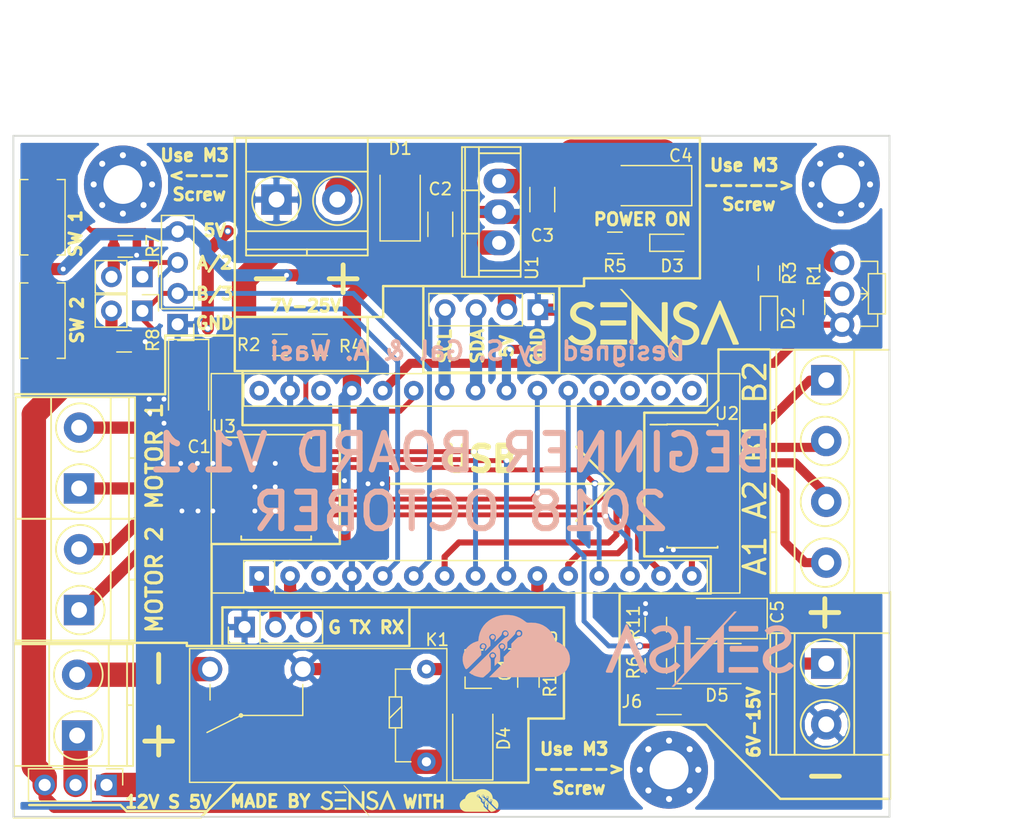
<source format=kicad_pcb>
(kicad_pcb (version 4) (host pcbnew 4.0.7-e2-6376~61~ubuntu18.04.1)
  (title_block (title "Beginner Board") (date 2018-09-10) (rev 1.1) (company SENSA) (comment 1 "Designed by Silard Gal"))
  (layers (0 F.Cu signal) (31 B.Cu signal) (34 B.Paste user) (35 F.Paste user) (36 B.SilkS user) (37 F.SilkS user) (38 B.Mask user) (39 F.Mask user) (44 Edge.Cuts user))
  (net 0 "")
  (net 1 A0)
  (net 2 GND)
  (net 3 A1)
  (net 4 D2)
  (net 5 D3)
  (net 6 D4)
  (net 7 A4)
  (net 8 D5)
  (net 9 A5)
  (net 10 D6)
  (net 11 D7)
  (net 12 D8)
  (net 13 +5V)
  (net 14 D9)
  (net 15 D10)
  (net 16 D11)
  (net 17 +12V)
  (net 18 "Net-(D1-Pad2)")
  (net 19 "Net-(D5-Pad2)")
  (net 20 "Net-(J3-Pad2)")
  (net 21 "Net-(J4-Pad2)")
  (net 22 "Net-(J5-Pad4)")
  (net 23 "Net-(J5-Pad1)")
  (net 24 "Net-(J5-Pad2)")
  (net 25 "Net-(J5-Pad3)")
  (net 26 M_O_11)
  (net 27 M_O_12)
  (net 28 M_O_21)
  (net 29 M_O_22)
  (net 30 "Net-(D2-Pad1)")
  (net 31 "Net-(D3-Pad1)")
  (net 32 STEPPER_PWR)
  (net 33 D1)
  (net 34 D0)
  (net 35 "Net-(J13-Pad2)")
  (net 36 "Net-(J14-Pad2)")
  (net 37 A2)
  (net 38 A3)
  (net 39 A6)
  (net 40 A7)
  (net 41 D12)
  (net 42 "Net-(D4-Pad2)")
  (net 43 "Net-(Q1-Pad1)")
  (module Modules:Arduino_Nano (layer F.Cu) (at 126.338 110.2 90)
    (fp_text reference A1 hide)
    (fp_text value Arduino_Nano_v3.x hide)
    (pad 1 thru_hole rect (at 0 0 90) (size 1.6 1.6) (drill 0.8) (layers *.Cu *.Mask) (net 33 D1))
    (pad 17 thru_hole oval (at 15.24 33.02 90) (size 1.6 1.6) (drill 0.8) (layers *.Cu *.Mask))
    (pad 2 thru_hole oval (at 0 2.54 90) (size 1.6 1.6) (drill 0.8) (layers *.Cu *.Mask) (net 34 D0))
    (pad 18 thru_hole oval (at 15.24 30.48 90) (size 1.6 1.6) (drill 0.8) (layers *.Cu *.Mask))
    (pad 3 thru_hole oval (at 0 5.08 90) (size 1.6 1.6) (drill 0.8) (layers *.Cu *.Mask))
    (pad 19 thru_hole oval (at 15.24 27.94 90) (size 1.6 1.6) (drill 0.8) (layers *.Cu *.Mask) (net 1 A0))
    (pad 4 thru_hole oval (at 0 7.62 90) (size 1.6 1.6) (drill 0.8) (layers *.Cu *.Mask) (net 2 GND))
    (pad 20 thru_hole oval (at 15.24 25.4 90) (size 1.6 1.6) (drill 0.8) (layers *.Cu *.Mask) (net 3 A1))
    (pad 5 thru_hole oval (at 0 10.16 90) (size 1.6 1.6) (drill 0.8) (layers *.Cu *.Mask) (net 4 D2))
    (pad 21 thru_hole oval (at 15.24 22.86 90) (size 1.6 1.6) (drill 0.8) (layers *.Cu *.Mask) (net 37 A2))
    (pad 6 thru_hole oval (at 0 12.7 90) (size 1.6 1.6) (drill 0.8) (layers *.Cu *.Mask) (net 5 D3))
    (pad 22 thru_hole oval (at 15.24 20.32 90) (size 1.6 1.6) (drill 0.8) (layers *.Cu *.Mask) (net 38 A3))
    (pad 7 thru_hole oval (at 0 15.24 90) (size 1.6 1.6) (drill 0.8) (layers *.Cu *.Mask) (net 6 D4))
    (pad 23 thru_hole oval (at 15.24 17.78 90) (size 1.6 1.6) (drill 0.8) (layers *.Cu *.Mask) (net 7 A4))
    (pad 8 thru_hole oval (at 0 17.78 90) (size 1.6 1.6) (drill 0.8) (layers *.Cu *.Mask) (net 8 D5))
    (pad 24 thru_hole oval (at 15.24 15.24 90) (size 1.6 1.6) (drill 0.8) (layers *.Cu *.Mask) (net 9 A5))
    (pad 9 thru_hole oval (at 0 20.32 90) (size 1.6 1.6) (drill 0.8) (layers *.Cu *.Mask) (net 10 D6))
    (pad 25 thru_hole oval (at 15.24 12.7 90) (size 1.6 1.6) (drill 0.8) (layers *.Cu *.Mask) (net 39 A6))
    (pad 10 thru_hole oval (at 0 22.86 90) (size 1.6 1.6) (drill 0.8) (layers *.Cu *.Mask) (net 11 D7))
    (pad 26 thru_hole oval (at 15.24 10.16 90) (size 1.6 1.6) (drill 0.8) (layers *.Cu *.Mask) (net 40 A7))
    (pad 11 thru_hole oval (at 0 25.4 90) (size 1.6 1.6) (drill 0.8) (layers *.Cu *.Mask) (net 12 D8))
    (pad 27 thru_hole oval (at 15.24 7.62 90) (size 1.6 1.6) (drill 0.8) (layers *.Cu *.Mask) (net 13 +5V))
    (pad 12 thru_hole oval (at 0 27.94 90) (size 1.6 1.6) (drill 0.8) (layers *.Cu *.Mask) (net 14 D9))
    (pad 28 thru_hole oval (at 15.24 5.08 90) (size 1.6 1.6) (drill 0.8) (layers *.Cu *.Mask))
    (pad 13 thru_hole oval (at 0 30.48 90) (size 1.6 1.6) (drill 0.8) (layers *.Cu *.Mask) (net 15 D10))
    (pad 29 thru_hole oval (at 15.24 2.54 90) (size 1.6 1.6) (drill 0.8) (layers *.Cu *.Mask) (net 2 GND))
    (pad 14 thru_hole oval (at 0 33.02 90) (size 1.6 1.6) (drill 0.8) (layers *.Cu *.Mask) (net 16 D11))
    (pad 30 thru_hole oval (at 15.24 0 90) (size 1.6 1.6) (drill 0.8) (layers *.Cu *.Mask))
    (pad 15 thru_hole oval (at 0 35.56 90) (size 1.6 1.6) (drill 0.8) (layers *.Cu *.Mask) (net 41 D12))
    (pad 16 thru_hole oval (at 15.24 35.56 90) (size 1.6 1.6) (drill 0.8) (layers *.Cu *.Mask))
  )
  (module Capacitors_SMD:C_1206 (layer F.Cu) (at 141.224 81.28 90)
    (fp_text reference C2 (at 2.9 0 180) (layer F.SilkS))
    (fp_text value 100n hide)
    (pad 1 smd rect (at -1.5 0 90) (size 1 1.6) (layers F.Cu F.Paste F.Mask) (net 17 +12V))
    (pad 2 smd rect (at 1.5 0 90) (size 1 1.6) (layers F.Cu F.Paste F.Mask) (net 2 GND))
  )
  (module Capacitors_SMD:C_1206 (layer F.Cu) (at 149.606 79.248 270)
    (fp_text reference C3 (at 2.95 0 360) (layer F.SilkS))
    (fp_text value 100n hide)
    (pad 1 smd rect (at -1.5 0 270) (size 1 1.6) (layers F.Cu F.Paste F.Mask) (net 13 +5V))
    (pad 2 smd rect (at 1.5 0 270) (size 1 1.6) (layers F.Cu F.Paste F.Mask) (net 2 GND))
  )
  (module Pin_Headers:Pin_Header_Straight_1x04_Pitch2.54mm (layer F.Cu) (at 149.238 88.3 270)
    (fp_text reference J1 hide)
    (fp_text value I2C_STANDARD hide)
    (pad 1 thru_hole rect (at 0 0 270) (size 1.7 1.7) (drill 1) (layers *.Cu *.Mask) (net 2 GND))
    (pad 2 thru_hole oval (at 0 2.54 270) (size 1.7 1.7) (drill 1) (layers *.Cu *.Mask) (net 13 +5V))
    (pad 3 thru_hole oval (at 0 5.08 270) (size 1.7 1.7) (drill 1) (layers *.Cu *.Mask) (net 7 A4))
    (pad 4 thru_hole oval (at 0 7.62 270) (size 1.7 1.7) (drill 1) (layers *.Cu *.Mask) (net 9 A5))
  )
  (module TerminalBlocks_Phoenix:TerminalBlock_Phoenix_MKDS1.5-2pol (layer F.Cu) (at 127.762 79.248)
    (fp_text reference J2 hide)
    (fp_text value INPUT_VCC hide)
    (pad 1 thru_hole rect (at 0 0) (size 2.5 2.5) (drill 1.3) (layers *.Cu *.Mask) (net 2 GND))
    (pad 2 thru_hole circle (at 5 0) (size 2.5 2.5) (drill 1.3) (layers *.Cu *.Mask) (net 18 "Net-(D1-Pad2)"))
  )
  (module Pin_Headers:Pin_Header_Straight_1x03_Pitch2.54mm (layer F.Cu) (at 113.792 127.381 270)
    (fp_text reference J3 hide)
    (fp_text value VOLTAGE_SELECTOR hide)
    (pad 1 thru_hole rect (at 0 0 270) (size 1.7 1.7) (drill 1) (layers *.Cu *.Mask) (net 13 +5V))
    (pad 2 thru_hole oval (at 0 2.54 270) (size 1.7 1.7) (drill 1) (layers *.Cu *.Mask) (net 20 "Net-(J3-Pad2)"))
    (pad 3 thru_hole oval (at 0 5.08 270) (size 1.7 1.7) (drill 1) (layers *.Cu *.Mask) (net 17 +12V))
  )
  (module TerminalBlocks_Phoenix:TerminalBlock_Phoenix_MKDS1.5-2pol (layer F.Cu) (at 111.379 123.317 90)
    (fp_text reference J4 hide)
    (fp_text value RELAY_OUTPUT hide)
    (pad 1 thru_hole rect (at 0 0 90) (size 2.5 2.5) (drill 1.3) (layers *.Cu *.Mask) (net 20 "Net-(J3-Pad2)"))
    (pad 2 thru_hole circle (at 5 0 90) (size 2.5 2.5) (drill 1.3) (layers *.Cu *.Mask) (net 21 "Net-(J4-Pad2)"))
  )
  (module TerminalBlocks_Phoenix:TerminalBlock_Phoenix_MKDS1.5-4pol (layer F.Cu) (at 172.938 94.1 270)
    (fp_text reference J5 hide)
    (fp_text value STEPPER_OUTPUT hide)
    (pad 4 thru_hole circle (at 15 0 270) (size 2.5 2.5) (drill 1.3) (layers *.Cu *.Mask) (net 22 "Net-(J5-Pad4)"))
    (pad 3 thru_hole circle (at 10 0 270) (size 2.5 2.5) (drill 1.3) (layers *.Cu *.Mask) (net 25 "Net-(J5-Pad3)"))
    (pad 1 thru_hole rect (at 0 0 270) (size 2.5 2.5) (drill 1.3) (layers *.Cu *.Mask) (net 23 "Net-(J5-Pad1)"))
    (pad 2 thru_hole circle (at 5 0 270) (size 2.5 2.5) (drill 1.3) (layers *.Cu *.Mask) (net 24 "Net-(J5-Pad2)"))
  )
  (module TerminalBlocks_Phoenix:TerminalBlock_Phoenix_MKDS1.5-2pol (layer F.Cu) (at 111.538 103 90)
    (fp_text reference J7 hide)
    (fp_text value MOTOR1 hide)
    (pad 1 thru_hole rect (at 0 0 90) (size 2.5 2.5) (drill 1.3) (layers *.Cu *.Mask) (net 27 M_O_12))
    (pad 2 thru_hole circle (at 5 0 90) (size 2.5 2.5) (drill 1.3) (layers *.Cu *.Mask) (net 26 M_O_11))
  )
  (module TerminalBlocks_Phoenix:TerminalBlock_Phoenix_MKDS1.5-2pol (layer F.Cu) (at 111.538 113 90)
    (fp_text reference J8 hide)
    (fp_text value MOTOR2 hide)
    (pad 1 thru_hole rect (at 0 0 90) (size 2.5 2.5) (drill 1.3) (layers *.Cu *.Mask) (net 28 M_O_21))
    (pad 2 thru_hole circle (at 5 0 90) (size 2.5 2.5) (drill 1.3) (layers *.Cu *.Mask) (net 29 M_O_22))
  )
  (module TerminalBlocks_Phoenix:TerminalBlock_Phoenix_MKDS1.5-2pol (layer F.Cu) (at 172.938 117.4 270)
    (fp_text reference J9 hide)
    (fp_text value STEPPER_POWER hide)
    (pad 1 thru_hole rect (at 0 0 270) (size 2.5 2.5) (drill 1.3) (layers *.Cu *.Mask) (net 19 "Net-(D5-Pad2)"))
    (pad 2 thru_hole circle (at 5 0 270) (size 2.5 2.5) (drill 1.3) (layers *.Cu *.Mask) (net 2 GND))
  )
  (module Pin_Headers:Pin_Header_Straight_1x04_Pitch2.54mm (layer F.Cu) (at 119.638 89.5 180)
    (fp_text reference J10 hide)
    (fp_text value ENCODER hide)
    (pad 1 thru_hole rect (at 0 0 180) (size 1.7 1.7) (drill 1) (layers *.Cu *.Mask) (net 2 GND))
    (pad 2 thru_hole oval (at 0 2.54 180) (size 1.7 1.7) (drill 1) (layers *.Cu *.Mask) (net 5 D3))
    (pad 3 thru_hole oval (at 0 5.08 180) (size 1.7 1.7) (drill 1) (layers *.Cu *.Mask) (net 4 D2))
    (pad 4 thru_hole oval (at 0 7.62 180) (size 1.7 1.7) (drill 1) (layers *.Cu *.Mask) (net 13 +5V))
  )
  (module Pin_Headers:Pin_Header_Straight_1x03_Pitch2.54mm (layer F.Cu) (at 125.138 114.4 90)
    (fp_text reference J11 hide)
    (fp_text value SERIAL hide)
    (pad 1 thru_hole rect (at 0 0 90) (size 1.7 1.7) (drill 1) (layers *.Cu *.Mask) (net 2 GND))
    (pad 2 thru_hole oval (at 0 2.54 90) (size 1.7 1.7) (drill 1) (layers *.Cu *.Mask) (net 33 D1))
    (pad 3 thru_hole oval (at 0 5.08 90) (size 1.7 1.7) (drill 1) (layers *.Cu *.Mask) (net 34 D0))
  )
  (module Pin_Headers:Pin_Header_Straight_1x02_Pitch2.54mm (layer F.Cu) (at 116.738 85.6 270)
    (fp_text reference J13 hide)
    (fp_text value SW_JUMPER hide)
    (pad 1 thru_hole rect (at 0 0 270) (size 1.7 1.7) (drill 1) (layers *.Cu *.Mask) (net 4 D2))
    (pad 2 thru_hole oval (at 0 2.54 270) (size 1.7 1.7) (drill 1) (layers *.Cu *.Mask) (net 35 "Net-(J13-Pad2)"))
  )
  (module Pin_Headers:Pin_Header_Straight_1x02_Pitch2.54mm (layer F.Cu) (at 116.738 88.4 270)
    (fp_text reference J14 hide)
    (fp_text value SW2_JUMPER hide)
    (pad 1 thru_hole rect (at 0 0 270) (size 1.7 1.7) (drill 1) (layers *.Cu *.Mask) (net 5 D3))
    (pad 2 thru_hole oval (at 0 2.54 270) (size 1.7 1.7) (drill 1) (layers *.Cu *.Mask) (net 36 "Net-(J14-Pad2)"))
  )
  (module Relays_THT:Relay_SPST_OMRON-G5Q (layer F.Cu) (at 140.081 117.856 180)
    (fp_text reference K1 (at -0.889 2.413 360) (layer F.SilkS))
    (fp_text value G5Q-1A hide)
    (pad 1 thru_hole circle (at 0 0) (size 1.52 1.52) (drill 0.76) (layers *.Cu *.Mask) (net 42 "Net-(D4-Pad2)"))
    (pad 2 thru_hole circle (at 10.16 0) (size 2 2) (drill 1.3) (layers *.Cu *.Mask) (net 2 GND))
    (pad 3 thru_hole circle (at 17.78 0) (size 2 2) (drill 1.3) (layers *.Cu *.Mask) (net 21 "Net-(J4-Pad2)"))
    (pad 5 thru_hole circle (at 0 -7.62) (size 1.52 1.52) (drill 0.76) (layers *.Cu *.Mask) (net 13 +5V))
  )
  (module Mounting_Holes:MountingHole_3.2mm_M3_Pad_Via (layer F.Cu) (at 174.138 78)
    (fp_text reference MK2 hide)
    (fp_text value Mounting_Hole hide)
    (pad 1 thru_hole circle (at 0 0) (size 6.4 6.4) (drill 3.2) (layers *.Cu *.Mask))
    (pad 1 thru_hole circle (at 2.4 0) (size 0.8 0.8) (drill 0.5) (layers *.Cu *.Mask))
    (pad 1 thru_hole circle (at 1.697056 1.697056) (size 0.8 0.8) (drill 0.5) (layers *.Cu *.Mask))
    (pad 1 thru_hole circle (at 0 2.4) (size 0.8 0.8) (drill 0.5) (layers *.Cu *.Mask))
    (pad 1 thru_hole circle (at -1.697056 1.697056) (size 0.8 0.8) (drill 0.5) (layers *.Cu *.Mask))
    (pad 1 thru_hole circle (at -2.4 0) (size 0.8 0.8) (drill 0.5) (layers *.Cu *.Mask))
    (pad 1 thru_hole circle (at -1.697056 -1.697056) (size 0.8 0.8) (drill 0.5) (layers *.Cu *.Mask))
    (pad 1 thru_hole circle (at 0 -2.4) (size 0.8 0.8) (drill 0.5) (layers *.Cu *.Mask))
    (pad 1 thru_hole circle (at 1.697056 -1.697056) (size 0.8 0.8) (drill 0.5) (layers *.Cu *.Mask))
  )
  (module Mounting_Holes:MountingHole_3.2mm_M3_Pad_Via (layer F.Cu) (at 115.138 78)
    (fp_text reference MK4 hide)
    (fp_text value Mounting_Hole hide)
    (pad 1 thru_hole circle (at 0 0) (size 6.4 6.4) (drill 3.2) (layers *.Cu *.Mask))
    (pad 1 thru_hole circle (at 2.4 0) (size 0.8 0.8) (drill 0.5) (layers *.Cu *.Mask))
    (pad 1 thru_hole circle (at 1.697056 1.697056) (size 0.8 0.8) (drill 0.5) (layers *.Cu *.Mask))
    (pad 1 thru_hole circle (at 0 2.4) (size 0.8 0.8) (drill 0.5) (layers *.Cu *.Mask))
    (pad 1 thru_hole circle (at -1.697056 1.697056) (size 0.8 0.8) (drill 0.5) (layers *.Cu *.Mask))
    (pad 1 thru_hole circle (at -2.4 0) (size 0.8 0.8) (drill 0.5) (layers *.Cu *.Mask))
    (pad 1 thru_hole circle (at -1.697056 -1.697056) (size 0.8 0.8) (drill 0.5) (layers *.Cu *.Mask))
    (pad 1 thru_hole circle (at 0 -2.4) (size 0.8 0.8) (drill 0.5) (layers *.Cu *.Mask))
    (pad 1 thru_hole circle (at 1.697056 -1.697056) (size 0.8 0.8) (drill 0.5) (layers *.Cu *.Mask))
  )
  (module Power_Integrations:TO-220 (layer F.Cu) (at 146.05 80.264 90)
    (fp_text reference U1 (at -4.6 2.7 90) (layer F.SilkS))
    (fp_text value L7805 hide)
    (pad 2 thru_hole oval (at 0 0 90) (size 2.032 2.54) (drill 1.143) (layers *.Cu *.Mask) (net 2 GND))
    (pad 3 thru_hole oval (at 2.54 0 90) (size 2.032 2.54) (drill 1.143) (layers *.Cu *.Mask) (net 13 +5V))
    (pad 1 thru_hole oval (at -2.54 0 90) (size 2.032 2.54) (drill 1.143) (layers *.Cu *.Mask) (net 17 +12V))
  )
  (module Mounting_Holes:MountingHole_3.2mm_M3_Pad_Via (layer F.Cu) (at 160.02 126.1364)
    (fp_text reference MK3 hide)
    (fp_text value Mounting_Hole hide)
    (pad 1 thru_hole circle (at 0 0) (size 6.4 6.4) (drill 3.2) (layers *.Cu *.Mask))
    (pad 1 thru_hole circle (at 2.4 0) (size 0.8 0.8) (drill 0.5) (layers *.Cu *.Mask))
    (pad 1 thru_hole circle (at 1.697056 1.697056) (size 0.8 0.8) (drill 0.5) (layers *.Cu *.Mask))
    (pad 1 thru_hole circle (at 0 2.4) (size 0.8 0.8) (drill 0.5) (layers *.Cu *.Mask))
    (pad 1 thru_hole circle (at -1.697056 1.697056) (size 0.8 0.8) (drill 0.5) (layers *.Cu *.Mask))
    (pad 1 thru_hole circle (at -2.4 0) (size 0.8 0.8) (drill 0.5) (layers *.Cu *.Mask))
    (pad 1 thru_hole circle (at -1.697056 -1.697056) (size 0.8 0.8) (drill 0.5) (layers *.Cu *.Mask))
    (pad 1 thru_hole circle (at 0 -2.4) (size 0.8 0.8) (drill 0.5) (layers *.Cu *.Mask))
    (pad 1 thru_hole circle (at 1.697056 -1.697056) (size 0.8 0.8) (drill 0.5) (layers *.Cu *.Mask))
  )
  (module LEDs:LED_0805 (layer F.Cu) (at 168.238 89 270)
    (fp_text reference D2 (at 0.0016 -1.5864 270) (layer F.SilkS))
    (fp_text value LED hide)
    (pad 2 smd rect (at 1.1 0 90) (size 1.2 1.2) (layers F.Cu F.Paste F.Mask) (net 38 A3))
    (pad 1 smd rect (at -1.1 0 90) (size 1.2 1.2) (layers F.Cu F.Paste F.Mask) (net 30 "Net-(D2-Pad1)"))
  )
  (module LEDs:LED_0805 (layer F.Cu) (at 160.238 82.8)
    (fp_text reference D3 (at 0.036 1.909 180) (layer F.SilkS))
    (fp_text value LED hide)
    (pad 2 smd rect (at 1.1 0 180) (size 1.2 1.2) (layers F.Cu F.Paste F.Mask) (net 13 +5V))
    (pad 1 smd rect (at -1.1 0 180) (size 1.2 1.2) (layers F.Cu F.Paste F.Mask) (net 31 "Net-(D3-Pad1)"))
  )
  (module Resistors_SMD:R_0805 (layer F.Cu) (at 171.938 88.1 90)
    (fp_text reference R1 (at 2.7 0 90) (layer F.SilkS))
    (fp_text value 10K hide)
    (pad 1 smd rect (at -0.95 0 90) (size 0.7 1.3) (layers F.Cu F.Paste F.Mask) (net 2 GND))
    (pad 2 smd rect (at 0.95 0 90) (size 0.7 1.3) (layers F.Cu F.Paste F.Mask) (net 40 A7))
  )
  (module Resistors_SMD:R_0805 (layer F.Cu) (at 128.038 91.2 180)
    (fp_text reference R2 (at 2.562 0.014 180) (layer F.SilkS))
    (fp_text value 10K hide)
    (pad 1 smd rect (at -0.95 0 180) (size 0.7 1.3) (layers F.Cu F.Paste F.Mask) (net 39 A6))
    (pad 2 smd rect (at 0.95 0 180) (size 0.7 1.3) (layers F.Cu F.Paste F.Mask) (net 17 +12V))
  )
  (module Resistors_SMD:R_0805 (layer F.Cu) (at 168.238 85.3 270)
    (fp_text reference R3 (at -0.0068 -1.688 270) (layer F.SilkS))
    (fp_text value 1K hide)
    (pad 1 smd rect (at -0.95 0 270) (size 0.7 1.3) (layers F.Cu F.Paste F.Mask) (net 2 GND))
    (pad 2 smd rect (at 0.95 0 270) (size 0.7 1.3) (layers F.Cu F.Paste F.Mask) (net 30 "Net-(D2-Pad1)"))
  )
  (module Resistors_SMD:R_0805 (layer F.Cu) (at 131.338 91.2 180)
    (fp_text reference R4 (at -2.52 -0.113 180) (layer F.SilkS))
    (fp_text value 1K hide)
    (pad 1 smd rect (at -0.95 0 180) (size 0.7 1.3) (layers F.Cu F.Paste F.Mask) (net 2 GND))
    (pad 2 smd rect (at 0.95 0 180) (size 0.7 1.3) (layers F.Cu F.Paste F.Mask) (net 39 A6))
  )
  (module Resistors_SMD:R_0805 (layer F.Cu) (at 155.575 82.804)
    (fp_text reference R5 (at 0 1.905) (layer F.SilkS))
    (fp_text value 1K hide)
    (pad 1 smd rect (at -0.95 0) (size 0.7 1.3) (layers F.Cu F.Paste F.Mask) (net 2 GND))
    (pad 2 smd rect (at 0.95 0) (size 0.7 1.3) (layers F.Cu F.Paste F.Mask) (net 31 "Net-(D3-Pad1)"))
  )
  (module Resistors_SMD:R_0805 (layer F.Cu) (at 115.338 83.1 180)
    (fp_text reference R7 (at -2.264 0.042 270) (layer F.SilkS))
    (fp_text value 10K hide)
    (pad 1 smd rect (at -0.95 0 180) (size 0.7 1.3) (layers F.Cu F.Paste F.Mask) (net 2 GND))
    (pad 2 smd rect (at 0.95 0 180) (size 0.7 1.3) (layers F.Cu F.Paste F.Mask) (net 35 "Net-(J13-Pad2)"))
  )
  (module Resistors_SMD:R_0805 (layer F.Cu) (at 115.238 90.9 180)
    (fp_text reference R8 (at -2.364 0.095 270) (layer F.SilkS))
    (fp_text value 10K hide)
    (pad 1 smd rect (at -0.95 0 180) (size 0.7 1.3) (layers F.Cu F.Paste F.Mask) (net 2 GND))
    (pad 2 smd rect (at 0.95 0 180) (size 0.7 1.3) (layers F.Cu F.Paste F.Mask) (net 36 "Net-(J14-Pad2)"))
  )
  (module Resistors_SMD:R_0805 (layer F.Cu) (at 147.447 115.316 180)
    (fp_text reference R9 (at -2.5146 -0.0508 180) (layer F.SilkS))
    (fp_text value 10K hide)
    (pad 1 smd rect (at -0.95 0 180) (size 0.7 1.3) (layers F.Cu F.Paste F.Mask) (net 11 D7))
    (pad 2 smd rect (at 0.95 0 180) (size 0.7 1.3) (layers F.Cu F.Paste F.Mask) (net 2 GND))
  )
  (module Resistors_SMD:R_0805 (layer F.Cu) (at 148.463 118.745 90)
    (fp_text reference R10 (at 0 1.778 90) (layer F.SilkS))
    (fp_text value 1K hide)
    (pad 1 smd rect (at -0.95 0 90) (size 0.7 1.3) (layers F.Cu F.Paste F.Mask) (net 43 "Net-(Q1-Pad1)"))
    (pad 2 smd rect (at 0.95 0 90) (size 0.7 1.3) (layers F.Cu F.Paste F.Mask) (net 11 D7))
  )
  (module Buttons_Switches_SMD:SW_SPST_EVQPE1 (layer F.Cu) (at 108.538 80.7 90)
    (fp_text reference SW1 hide)
    (fp_text value SW_Push hide)
    (pad 2 smd rect (at 2.7 0 90) (size 2 1.6) (layers F.Cu F.Paste F.Mask) (net 4 D2))
    (pad 1 smd rect (at -2.7 0 90) (size 2 1.6) (layers F.Cu F.Paste F.Mask) (net 13 +5V))
  )
  (module Buttons_Switches_SMD:SW_SPST_EVQPE1 (layer F.Cu) (at 108.538 89.2 270)
    (fp_text reference SW2 hide)
    (fp_text value SW_Push hide)
    (pad 2 smd rect (at 2.7 0 270) (size 2 1.6) (layers F.Cu F.Paste F.Mask) (net 5 D3))
    (pad 1 smd rect (at -2.7 0 270) (size 2 1.6) (layers F.Cu F.Paste F.Mask) (net 13 +5V))
  )
  (module Capacitors_Tantalum_SMD:CP_Tantalum_Case-B_EIA-3528-21_Hand (layer F.Cu) (at 120.538 94.8 270)
    (fp_text reference C1 (at 4.768 -0.874 360) (layer F.SilkS))
    (fp_text value 100u hide)
    (pad 1 smd rect (at -2.15 0 270) (size 3.2 2.5) (layers F.Cu F.Paste F.Mask) (net 17 +12V))
    (pad 2 smd rect (at 2.15 0 270) (size 3.2 2.5) (layers F.Cu F.Paste F.Mask) (net 2 GND))
  )
  (module Capacitors_Tantalum_SMD:CP_Tantalum_Case-B_EIA-3528-21_Hand (layer F.Cu) (at 157.838 78.1 180)
    (fp_text reference C4 (at -3.1472 2.4588 180) (layer F.SilkS))
    (fp_text value 100u hide)
    (pad 1 smd rect (at -2.15 0 180) (size 3.2 2.5) (layers F.Cu F.Paste F.Mask) (net 13 +5V))
    (pad 2 smd rect (at 2.15 0 180) (size 3.2 2.5) (layers F.Cu F.Paste F.Mask) (net 2 GND))
  )
  (module Capacitors_Tantalum_SMD:CP_Tantalum_Case-B_EIA-3528-21_Hand (layer F.Cu) (at 164.038 113.7 180)
    (fp_text reference C5 (at -4.872 0.543 270) (layer F.SilkS))
    (fp_text value 100u hide)
    (pad 1 smd rect (at -2.15 0 180) (size 3.2 2.5) (layers F.Cu F.Paste F.Mask) (net 32 STEPPER_PWR))
    (pad 2 smd rect (at 2.15 0 180) (size 3.2 2.5) (layers F.Cu F.Paste F.Mask) (net 2 GND))
  )
  (module Diodes_SMD:D_SMA (layer F.Cu) (at 137.922 79.248 90)
    (fp_text reference D1 (at 4.2 0 180) (layer F.SilkS))
    (fp_text value D hide)
    (pad 1 smd rect (at -2 0 90) (size 2.5 1.8) (layers F.Cu F.Paste F.Mask) (net 17 +12V))
    (pad 2 smd rect (at 2 0 90) (size 2.5 1.8) (layers F.Cu F.Paste F.Mask) (net 18 "Net-(D1-Pad2)"))
  )
  (module Diodes_SMD:D_SMA (layer F.Cu) (at 143.891 123.571 90)
    (fp_text reference D4 (at 0 2.54 90) (layer F.SilkS))
    (fp_text value D hide)
    (pad 1 smd rect (at -2 0 90) (size 2.5 1.8) (layers F.Cu F.Paste F.Mask) (net 13 +5V))
    (pad 2 smd rect (at 2 0 90) (size 2.5 1.8) (layers F.Cu F.Paste F.Mask) (net 42 "Net-(D4-Pad2)"))
  )
  (module Diodes_SMD:D_SMA (layer F.Cu) (at 163.938 117.4)
    (fp_text reference D5 (at 0.019 2.615) (layer F.SilkS))
    (fp_text value D hide)
    (pad 1 smd rect (at -2 0) (size 2.5 1.8) (layers F.Cu F.Paste F.Mask) (net 32 STEPPER_PWR))
    (pad 2 smd rect (at 2 0) (size 2.5 1.8) (layers F.Cu F.Paste F.Mask) (net 19 "Net-(D5-Pad2)"))
  )
  (module TO_SOT_Packages_SMD:SOT-23 (layer F.Cu) (at 144.018 117.856 180)
    (fp_text reference Q1 (at -2.54 0 270) (layer F.SilkS))
    (fp_text value BC847 hide)
    (pad 1 smd rect (at -1 -0.95 180) (size 0.9 0.8) (layers F.Cu F.Paste F.Mask) (net 43 "Net-(Q1-Pad1)"))
    (pad 2 smd rect (at -1 0.95 180) (size 0.9 0.8) (layers F.Cu F.Paste F.Mask) (net 2 GND))
    (pad 3 smd rect (at 1 0 180) (size 0.9 0.8) (layers F.Cu F.Paste F.Mask) (net 42 "Net-(D4-Pad2)"))
  )
  (module Resistors_SMD:R_0805 (layer F.Cu) (at 158.938 117.6 270)
    (fp_text reference R6 (at 0.129 1.839 270) (layer F.SilkS))
    (fp_text value 10K hide)
    (pad 1 smd rect (at -0.95 0 270) (size 0.7 1.3) (layers F.Cu F.Paste F.Mask) (net 3 A1))
    (pad 2 smd rect (at 0.95 0 270) (size 0.7 1.3) (layers F.Cu F.Paste F.Mask) (net 32 STEPPER_PWR))
  )
  (module Resistors_SMD:R_0805 (layer F.Cu) (at 158.938 114.2 270)
    (fp_text reference R11 (at -0.154 1.839 270) (layer F.SilkS))
    (fp_text value 1K hide)
    (pad 1 smd rect (at -0.95 0 270) (size 0.7 1.3) (layers F.Cu F.Paste F.Mask) (net 2 GND))
    (pad 2 smd rect (at 0.95 0 270) (size 0.7 1.3) (layers F.Cu F.Paste F.Mask) (net 3 A1))
  )
  (module Housings_SOIC:SOIC-16_3.9x9.9mm_Pitch1.27mm (layer F.Cu) (at 161.938 102.8)
    (fp_text reference U2 (at 2.8445 -5.9625) (layer F.SilkS))
    (fp_text value ULN2003 hide)
    (pad 1 smd rect (at -2.7 -4.445) (size 1.5 0.6) (layers F.Cu F.Paste F.Mask) (net 6 D4))
    (pad 2 smd rect (at -2.7 -3.175) (size 1.5 0.6) (layers F.Cu F.Paste F.Mask) (net 12 D8))
    (pad 3 smd rect (at -2.7 -1.905) (size 1.5 0.6) (layers F.Cu F.Paste F.Mask) (net 16 D11))
    (pad 4 smd rect (at -2.7 -0.635) (size 1.5 0.6) (layers F.Cu F.Paste F.Mask) (net 41 D12))
    (pad 5 smd rect (at -2.7 0.635) (size 1.5 0.6) (layers F.Cu F.Paste F.Mask))
    (pad 6 smd rect (at -2.7 1.905) (size 1.5 0.6) (layers F.Cu F.Paste F.Mask))
    (pad 7 smd rect (at -2.7 3.175) (size 1.5 0.6) (layers F.Cu F.Paste F.Mask))
    (pad 8 smd rect (at -2.7 4.445) (size 1.5 0.6) (layers F.Cu F.Paste F.Mask) (net 2 GND))
    (pad 9 smd rect (at 2.7 4.445) (size 1.5 0.6) (layers F.Cu F.Paste F.Mask) (net 32 STEPPER_PWR))
    (pad 10 smd rect (at 2.7 3.175) (size 1.5 0.6) (layers F.Cu F.Paste F.Mask))
    (pad 11 smd rect (at 2.7 1.905) (size 1.5 0.6) (layers F.Cu F.Paste F.Mask))
    (pad 12 smd rect (at 2.7 0.635) (size 1.5 0.6) (layers F.Cu F.Paste F.Mask))
    (pad 13 smd rect (at 2.7 -0.635) (size 1.5 0.6) (layers F.Cu F.Paste F.Mask) (net 22 "Net-(J5-Pad4)"))
    (pad 14 smd rect (at 2.7 -1.905) (size 1.5 0.6) (layers F.Cu F.Paste F.Mask) (net 25 "Net-(J5-Pad3)"))
    (pad 15 smd rect (at 2.7 -3.175) (size 1.5 0.6) (layers F.Cu F.Paste F.Mask) (net 24 "Net-(J5-Pad2)"))
    (pad 16 smd rect (at 2.7 -4.445) (size 1.5 0.6) (layers F.Cu F.Paste F.Mask) (net 23 "Net-(J5-Pad1)"))
  )
  (module Housings_SSOP:SSOP-24_5.3x8.2mm_Pitch0.65mm (layer F.Cu) (at 127.738 102.9)
    (fp_text reference U3 (at -4.3 -5) (layer F.SilkS))
    (fp_text value TB6612FNG hide)
    (pad 1 smd rect (at -3.6 -3.575) (size 1.75 0.45) (layers F.Cu F.Paste F.Mask) (net 26 M_O_11))
    (pad 2 smd rect (at -3.6 -2.925) (size 1.75 0.45) (layers F.Cu F.Paste F.Mask) (net 26 M_O_11))
    (pad 3 smd rect (at -3.6 -2.275) (size 1.75 0.45) (layers F.Cu F.Paste F.Mask) (net 2 GND))
    (pad 4 smd rect (at -3.6 -1.625) (size 1.75 0.45) (layers F.Cu F.Paste F.Mask) (net 2 GND))
    (pad 5 smd rect (at -3.6 -0.975) (size 1.75 0.45) (layers F.Cu F.Paste F.Mask) (net 27 M_O_12))
    (pad 6 smd rect (at -3.6 -0.325) (size 1.75 0.45) (layers F.Cu F.Paste F.Mask) (net 27 M_O_12))
    (pad 7 smd rect (at -3.6 0.325) (size 1.75 0.45) (layers F.Cu F.Paste F.Mask) (net 29 M_O_22))
    (pad 8 smd rect (at -3.6 0.975) (size 1.75 0.45) (layers F.Cu F.Paste F.Mask) (net 29 M_O_22))
    (pad 9 smd rect (at -3.6 1.625) (size 1.75 0.45) (layers F.Cu F.Paste F.Mask) (net 2 GND))
    (pad 10 smd rect (at -3.6 2.275) (size 1.75 0.45) (layers F.Cu F.Paste F.Mask) (net 2 GND))
    (pad 11 smd rect (at -3.6 2.925) (size 1.75 0.45) (layers F.Cu F.Paste F.Mask) (net 28 M_O_21))
    (pad 12 smd rect (at -3.6 3.575) (size 1.75 0.45) (layers F.Cu F.Paste F.Mask) (net 28 M_O_21))
    (pad 13 smd rect (at 3.6 3.575) (size 1.75 0.45) (layers F.Cu F.Paste F.Mask) (net 17 +12V))
    (pad 14 smd rect (at 3.6 2.925) (size 1.75 0.45) (layers F.Cu F.Paste F.Mask) (net 17 +12V))
    (pad 15 smd rect (at 3.6 2.275) (size 1.75 0.45) (layers F.Cu F.Paste F.Mask) (net 15 D10))
    (pad 16 smd rect (at 3.6 1.625) (size 1.75 0.45) (layers F.Cu F.Paste F.Mask) (net 1 A0))
    (pad 17 smd rect (at 3.6 0.975) (size 1.75 0.45) (layers F.Cu F.Paste F.Mask) (net 37 A2))
    (pad 18 smd rect (at 3.6 0.325) (size 1.75 0.45) (layers F.Cu F.Paste F.Mask) (net 2 GND))
    (pad 19 smd rect (at 3.6 -0.325) (size 1.75 0.45) (layers F.Cu F.Paste F.Mask) (net 13 +5V))
    (pad 20 smd rect (at 3.6 -0.975) (size 1.75 0.45) (layers F.Cu F.Paste F.Mask) (net 13 +5V))
    (pad 21 smd rect (at 3.6 -1.625) (size 1.75 0.45) (layers F.Cu F.Paste F.Mask) (net 14 D9))
    (pad 22 smd rect (at 3.6 -2.275) (size 1.75 0.45) (layers F.Cu F.Paste F.Mask) (net 10 D6))
    (pad 23 smd rect (at 3.6 -2.925) (size 1.75 0.45) (layers F.Cu F.Paste F.Mask) (net 8 D5))
    (pad 24 smd rect (at 3.6 -3.575) (size 1.75 0.45) (layers F.Cu F.Paste F.Mask) (net 17 +12V))
  )
  (module Potentiometers:Potentiometer_WirePads_Small (layer F.Cu) (at 174.244 84.455)
    (fp_text reference RV1 hide)
    (fp_text value POT hide)
    (pad 2 thru_hole circle (at 0 2.54) (size 2 2) (drill 1.2) (layers *.Cu *.Mask) (net 40 A7))
    (pad 3 thru_hole circle (at 0 5.08) (size 2 2) (drill 1.2) (layers *.Cu *.Mask) (net 2 GND))
    (pad 1 thru_hole circle (at 0 0) (size 2 2) (drill 1.2) (layers *.Cu *.Mask) (net 13 +5V))
  )
  (module Resistors_SMD:R_1206 (layer F.Cu) (at 160.02 120.523)
    (fp_text reference J6 (at -3.048 0) (layer F.SilkS))
    (fp_text value Conn_01x02 hide)
    (pad 1 smd rect (at -1.45 0) (size 0.9 1.7) (layers F.Cu F.Paste F.Mask) (net 17 +12V))
    (pad 2 smd rect (at 1.45 0) (size 0.9 1.7) (layers F.Cu F.Paste F.Mask) (net 32 STEPPER_PWR))
  )
  (module logos:SENSA_13x6 (layer F.Cu) (at 158.496 89.408)
    (fp_text reference G*** hide)
    (fp_text value LOGO hide)
  )
  (module logos:SENSA_6x3 (layer F.Cu) (at 134.366 128.651)
    (fp_text reference G*** hide)
    (fp_text value LOGO hide)
  )
  (module logos:AISLER_3x2 (layer F.Cu) (at 144.4625 128.651)
    (fp_text reference G*** hide)
    (fp_text value LOGO hide)
  )
  (module logos:AISLER_9x5 (layer B.Cu) (at 147.32 115.951 180)
    (fp_text reference G*** hide)
    (fp_text value LOGO hide)
  )
  (module logos:SENSA_15x6 (layer B.Cu) (at 162.814 116.205 180)
    (fp_text reference G*** hide)
    (fp_text value LOGO hide)
  )
  (gr_text "Designed by S. Gal & A. Wasi" (at 144.272 91.694) (layer B.SilkS) (effects (font (size 1.5 1.5) (thickness 0.3)) (justify mirror)))
  (gr_text "BEGINNER BOARD V1.1\n2018 OCTOBER" (at 142.875 102.489) (layer B.SilkS) (effects (font (size 3 3) (thickness 0.5)) (justify mirror)))
  (gr_text WITH (at 139.8905 128.778) (layer F.SilkS) (effects (font (size 1 1) (thickness 0.25))))
  (gr_text "MADE BY" (at 127.254 128.7145) (layer F.SilkS) (effects (font (size 1 1) (thickness 0.25))))
  (gr_line (start 148.463 127.1905) (end 148.463 121.92) (angle 90) (layer F.SilkS) (width 0.2))
  (gr_line (start 124.3965 127.1905) (end 148.463 127.1905) (angle 90) (layer F.SilkS) (width 0.2))
  (gr_line (start 123.698 127.889) (end 124.3965 127.1905) (angle 90) (layer F.SilkS) (width 0.2))
  (gr_text "USB " (at 145.288 100.584) (layer F.SilkS) (effects (font (size 2 2) (thickness 0.5))))
  (gr_line (start 152.908 105.156) (end 152.4 105.664) (angle 90) (layer F.SilkS) (width 0.2))
  (gr_line (start 155.448 102.616) (end 152.908 105.156) (angle 90) (layer F.SilkS) (width 0.2))
  (gr_line (start 155.448 102.616) (end 152.4 99.568) (angle 90) (layer F.SilkS) (width 0.2))
  (gr_line (start 137.16 102.616) (end 155.448 102.616) (angle 90) (layer F.SilkS) (width 0.2))
  (gr_line (start 151.003 93.472) (end 151.003 86.36) (angle 90) (layer F.SilkS) (width 0.2))
  (gr_line (start 139.827 93.472) (end 151.003 93.472) (angle 90) (layer F.SilkS) (width 0.2))
  (gr_line (start 139.827 86.36) (end 139.827 93.472) (angle 90) (layer F.SilkS) (width 0.2))
  (gr_text GND (at 149.225 91.313 90) (layer F.SilkS) (effects (font (size 1 1) (thickness 0.25))))
  (gr_text 5V (at 146.685 91.313 90) (layer F.SilkS) (effects (font (size 1 1) (thickness 0.25))))
  (gr_text SDA (at 144.272 91.313 90) (layer F.SilkS) (effects (font (size 1 1) (thickness 0.25))))
  (gr_text SCL (at 141.605 91.313 90) (layer F.SilkS) (effects (font (size 1 1) (thickness 0.25))))
  (gr_line (start 118.618 90.424) (end 124.333 90.424) (angle 90) (layer F.SilkS) (width 0.2))
  (gr_line (start 118.618 95.25) (end 118.618 90.424) (angle 90) (layer F.SilkS) (width 0.2))
  (gr_line (start 106.172 95.25) (end 118.618 95.25) (angle 90) (layer F.SilkS) (width 0.2))
  (gr_line (start 124.968 97.79) (end 124.968 93.345) (angle 90) (layer F.SilkS) (width 0.2))
  (gr_line (start 132.969 97.79) (end 124.968 97.79) (angle 90) (layer F.SilkS) (width 0.2))
  (gr_line (start 132.969 107.569) (end 132.969 97.79) (angle 90) (layer F.SilkS) (width 0.2))
  (gr_line (start 122.428 107.569) (end 132.969 107.569) (angle 90) (layer F.SilkS) (width 0.2))
  (gr_line (start 122.428 115.824) (end 122.428 107.569) (angle 90) (layer F.SilkS) (width 0.2))
  (gr_line (start 163.195 111.633) (end 155.956 111.633) (angle 90) (layer F.SilkS) (width 0.2))
  (gr_line (start 163.449 111.633) (end 163.195 111.633) (angle 90) (layer F.SilkS) (width 0.2))
  (gr_line (start 163.449 108.585) (end 163.449 111.633) (angle 90) (layer F.SilkS) (width 0.2))
  (gr_line (start 157.988 108.585) (end 163.449 108.585) (angle 90) (layer F.SilkS) (width 0.2))
  (gr_line (start 157.988 96.774) (end 157.988 108.585) (angle 90) (layer F.SilkS) (width 0.2))
  (gr_line (start 163.068 96.774) (end 157.988 96.774) (angle 90) (layer F.SilkS) (width 0.2))
  (gr_line (start 164.084 95.758) (end 163.068 96.774) (angle 90) (layer F.SilkS) (width 0.2))
  (gr_line (start 164.084 91.567) (end 164.084 95.758) (angle 90) (layer F.SilkS) (width 0.2))
  (gr_line (start 168.275 91.567) (end 164.084 91.567) (angle 90) (layer F.SilkS) (width 0.2))
  (gr_line (start 178.181 128.524) (end 178.181 111.506) (angle 90) (layer F.SilkS) (width 0.2))
  (gr_line (start 169.164 128.524) (end 178.181 128.524) (angle 90) (layer F.SilkS) (width 0.2))
  (gr_line (start 163.068 122.428) (end 169.164 128.524) (angle 90) (layer F.SilkS) (width 0.2))
  (gr_line (start 155.956 122.428) (end 163.068 122.428) (angle 90) (layer F.SilkS) (width 0.2))
  (gr_line (start 155.956 111.76) (end 155.956 122.428) (angle 90) (layer F.SilkS) (width 0.2))
  (gr_line (start 121.412 129.54) (end 122.047 129.54) (angle 90) (layer F.SilkS) (width 0.2))
  (gr_line (start 115.443 129.54) (end 121.412 129.54) (angle 90) (layer F.SilkS) (width 0.2))
  (gr_line (start 114.935 129.032) (end 115.443 129.54) (angle 90) (layer F.SilkS) (width 0.2))
  (gr_line (start 107.442 129.032) (end 114.935 129.032) (angle 90) (layer F.SilkS) (width 0.2))
  (gr_line (start 121.539 130.048) (end 123.698 127.889) (angle 90) (layer F.SilkS) (width 0.2))
  (gr_line (start 115.443 130.048) (end 121.539 130.048) (angle 90) (layer F.SilkS) (width 0.2))
  (gr_text "12V S 5V" (at 118.872 128.778) (layer F.SilkS) (effects (font (size 1 1) (thickness 0.25))))
  (gr_line (start 106.172 130.048) (end 106.172 115.697) (angle 90) (layer F.SilkS) (width 0.2))
  (gr_line (start 115.57 130.048) (end 106.172 130.048) (angle 90) (layer F.SilkS) (width 0.2))
  (gr_line (start 151.384 121.92) (end 148.463 121.92) (angle 90) (layer F.SilkS) (width 0.2))
  (gr_line (start 151.384 112.776) (end 151.384 121.92) (angle 90) (layer F.SilkS) (width 0.2))
  (gr_line (start 138.684 112.776) (end 151.384 112.776) (angle 90) (layer F.SilkS) (width 0.2))
  (gr_line (start 120.396 115.951) (end 123.317 115.951) (angle 90) (layer F.SilkS) (width 0.2))
  (gr_line (start 120.396 115.697) (end 120.396 115.951) (angle 90) (layer F.SilkS) (width 0.2))
  (gr_line (start 106.172 115.697) (end 120.396 115.697) (angle 90) (layer F.SilkS) (width 0.2))
  (gr_line (start 138.684 112.776) (end 123.317 112.776) (angle 90) (layer F.SilkS) (width 0.2))
  (gr_line (start 138.684 115.951) (end 138.684 112.776) (angle 90) (layer F.SilkS) (width 0.2))
  (gr_line (start 123.317 115.951) (end 138.684 115.951) (angle 90) (layer F.SilkS) (width 0.2))
  (gr_line (start 123.317 112.776) (end 123.317 115.951) (angle 90) (layer F.SilkS) (width 0.2))
  (gr_text "G TX RX" (at 135.128 114.427) (layer F.SilkS) (effects (font (size 1 1) (thickness 0.25))))
  (gr_text "Use M3 \n----->\nScrew" (at 152.6032 126.0348) (layer F.SilkS) (effects (font (size 1 1) (thickness 0.25))))
  (gr_text "Use M3 \n<---\nScrew" (at 121.412 77.216) (layer F.SilkS) (effects (font (size 1 1) (thickness 0.25))))
  (gr_text "+ -" (at 117.856 120.777 90) (layer F.SilkS) (effects (font (size 3 3) (thickness 0.4))))
  (gr_text "MOTOR 2" (at 117.729 110.49 90) (layer F.SilkS) (effects (font (size 1.3 1.3) (thickness 0.25))))
  (gr_text "MOTOR 1" (at 117.729 100.33 90) (layer F.SilkS) (effects (font (size 1.3 1.3) (thickness 0.25))))
  (gr_text "SW 1" (at 111.252 82.042 90) (layer F.SilkS) (effects (font (size 1 1) (thickness 0.25))))
  (gr_text "SW 2" (at 111.379 89.154 90) (layer F.SilkS) (effects (font (size 1 1) (thickness 0.25))))
  (gr_text 5V (at 122.682 81.788) (layer F.SilkS) (effects (font (size 1 1) (thickness 0.25))))
  (gr_text A/2 (at 122.682 84.455) (layer F.SilkS) (effects (font (size 1 1) (thickness 0.25))))
  (gr_text B/3 (at 122.682 86.995) (layer F.SilkS) (effects (font (size 1 1) (thickness 0.25))))
  (gr_text GND (at 122.682 89.408) (layer F.SilkS) (effects (font (size 1 1) (thickness 0.25))))
  (gr_line (start 135.255 88.9) (end 135.128 88.9) (angle 90) (layer F.SilkS) (width 0.2))
  (gr_line (start 135.255 93.345) (end 135.255 88.9) (angle 90) (layer F.SilkS) (width 0.2))
  (gr_line (start 124.333 93.345) (end 135.255 93.345) (angle 90) (layer F.SilkS) (width 0.2))
  (gr_line (start 124.333 88.9) (end 124.333 93.345) (angle 90) (layer F.SilkS) (width 0.2))
  (gr_line (start 162.56 74.168) (end 124.333 74.168) (angle 90) (layer F.SilkS) (width 0.2))
  (gr_line (start 162.56 85.725) (end 162.56 74.168) (angle 90) (layer F.SilkS) (width 0.2))
  (gr_line (start 153.035 85.725) (end 162.56 85.725) (angle 90) (layer F.SilkS) (width 0.2))
  (gr_line (start 153.035 86.36) (end 153.035 85.725) (angle 90) (layer F.SilkS) (width 0.2))
  (gr_line (start 136.525 86.36) (end 153.035 86.36) (angle 90) (layer F.SilkS) (width 0.2))
  (gr_line (start 136.525 88.9) (end 136.525 86.36) (angle 90) (layer F.SilkS) (width 0.2))
  (gr_line (start 124.333 88.9) (end 136.525 88.9) (angle 90) (layer F.SilkS) (width 0.2))
  (gr_line (start 124.333 74.041) (end 124.333 88.9) (angle 90) (layer F.SilkS) (width 0.2))
  (gr_text "6V-15V\n" (at 166.9796 122.2248 90) (layer F.SilkS) (effects (font (size 1 1) (thickness 0.25))))
  (gr_text - (at 172.8724 126.4412) (layer F.SilkS) (effects (font (size 3 3) (thickness 0.4))))
  (gr_text + (at 172.8216 112.9792) (layer F.SilkS) (effects (font (size 3 3) (thickness 0.4))))
  (gr_text "A1 A2 B1 B2" (at 167.0812 101.346 90) (layer F.SilkS) (effects (font (size 1.8 1.8) (thickness 0.25))))
  (gr_text 7V-25V (at 130.1496 87.9856) (layer F.SilkS) (effects (font (size 1 1) (thickness 0.25))))
  (gr_text "- +" (at 130.2385 85.5345) (layer F.SilkS) (effects (font (size 3 3) (thickness 0.4))))
  (gr_text "POWER ON" (at 157.8356 80.8736) (layer F.SilkS) (effects (font (size 1 1) (thickness 0.25))))
  (gr_text "Use M3 \n----->\nScrew" (at 166.5732 78.0288) (layer F.SilkS) (effects (font (size 1 1) (thickness 0.25))))
  (gr_line (start 106.138 74) (end 106.138 130) (angle 90) (layer Edge.Cuts) (width 0.15))
  (gr_line (start 178.138 74) (end 106.138 74) (angle 90) (layer Edge.Cuts) (width 0.15))
  (gr_line (start 178.138 76) (end 178.138 74) (angle 90) (layer Edge.Cuts) (width 0.15))
  (gr_line (start 178.138 130) (end 178.138 76) (angle 90) (layer Edge.Cuts) (width 0.15))
  (gr_line (start 106.138 130) (end 178.138 130) (angle 90) (layer Edge.Cuts) (width 0.15))
  (via (at 123.7615 81.8515) (size 0.6) (drill 0.4) (layers F.Cu B.Cu) (net 0))
  (via (at 122.1105 89.8525) (size 0.6) (drill 0.4) (layers F.Cu B.Cu) (net 0))
  (segment (start 122.1105 89.8525) (end 122.1105 83.5025) (width 1) (layer F.Cu) (net 0))
  (segment (start 122.1105 83.5025) (end 123.7615 81.8515) (width 1) (layer F.Cu) (net 0))
  (segment (start 158.9024 113.0808) (end 158.2928 113.0808) (width 0.4) (layer B.Cu) (net 0))
  (via (at 158.0896 113.284) (size 0.6) (drill 0.4) (layers F.Cu B.Cu) (net 0))
  (segment (start 158.2928 113.0808) (end 158.0896 113.284) (width 0.4) (layer B.Cu) (net 0))
  (segment (start 131.338 104.525) (end 153.666 104.525) (width 0.4) (layer F.Cu) (net 1))
  (segment (start 154.278 97.382) (end 154.278 94.96) (width 0.4) (layer F.Cu) (net 1))
  (segment (start 154.94 98.044) (end 154.278 97.382) (width 0.4) (layer F.Cu) (net 1))
  (segment (start 154.94 103.251) (end 154.94 98.044) (width 0.4) (layer F.Cu) (net 1))
  (segment (start 153.666 104.525) (end 154.94 103.251) (width 0.4) (layer F.Cu) (net 1))
  (segment (start 159.4104 108.0516) (end 160.3756 108.0516) (width 0.4) (layer F.Cu) (net 2))
  (via (at 160.3756 108.0516) (size 0.6) (drill 0.4) (layers F.Cu B.Cu) (net 2))
  (segment (start 160.3756 108.0516) (end 159.569 107.245) (width 0.25) (layer F.Cu) (net 2))
  (via (at 159.4104 108.0516) (size 0.6) (drill 0.4) (layers F.Cu B.Cu) (net 2))
  (segment (start 125.984 102.87) (end 125.984 104.8512) (width 0.25) (layer F.Cu) (net 2))
  (via (at 127.6604 104.8512) (size 0.6) (drill 0.4) (layers F.Cu B.Cu) (net 2))
  (segment (start 125.984 104.8512) (end 127.6604 104.8512) (width 0.25) (layer B.Cu) (net 2))
  (via (at 125.984 104.8512) (size 0.6) (drill 0.4) (layers F.Cu B.Cu) (net 2))
  (segment (start 125.984 102.87) (end 127.6604 102.87) (width 0.25) (layer B.Cu) (net 2))
  (via (at 125.984 102.87) (size 0.6) (drill 0.4) (layers F.Cu B.Cu) (net 2))
  (via (at 127.6604 102.87) (size 0.6) (drill 0.4) (layers F.Cu B.Cu) (net 2))
  (segment (start 124.138 100.9396) (end 125.984 100.9396) (width 0.25) (layer F.Cu) (net 2))
  (via (at 125.984 100.9396) (size 0.6) (drill 0.4) (layers F.Cu B.Cu) (net 2))
  (segment (start 125.984 100.9396) (end 127.6604 100.9396) (width 0.25) (layer B.Cu) (net 2))
  (via (at 127.6604 100.9396) (size 0.6) (drill 0.4) (layers F.Cu B.Cu) (net 2))
  (segment (start 127.6604 100.9396) (end 127.6604 102.87) (width 0.25) (layer F.Cu) (net 2))
  (segment (start 125.984 102.87) (end 125.984 100.9904) (width 0.25) (layer F.Cu) (net 2))
  (segment (start 128.878 94.96) (end 128.878 93.7244) (width 0.25) (layer F.Cu) (net 2))
  (segment (start 132.288 89.7176) (end 132.288 91.2) (width 0.25) (layer F.Cu) (net 2))
  (segment (start 132.1816 89.6112) (end 132.288 89.7176) (width 0.25) (layer F.Cu) (net 2))
  (segment (start 128.524 89.6112) (end 132.1816 89.6112) (width 0.25) (layer F.Cu) (net 2))
  (segment (start 128.016 90.1192) (end 128.524 89.6112) (width 0.25) (layer F.Cu) (net 2))
  (segment (start 128.016 92.8624) (end 128.016 90.1192) (width 0.25) (layer F.Cu) (net 2))
  (segment (start 128.878 93.7244) (end 128.016 92.8624) (width 0.25) (layer F.Cu) (net 2))
  (segment (start 122.5296 104.8512) (end 122.5296 105.0036) (width 0.25) (layer F.Cu) (net 2))
  (segment (start 122.701 105.175) (end 124.138 105.175) (width 0.25) (layer F.Cu) (net 2))
  (segment (start 122.5296 105.0036) (end 122.701 105.175) (width 0.25) (layer F.Cu) (net 2))
  (segment (start 124.138 104.525) (end 124.138 105.175) (width 0.25) (layer F.Cu) (net 2))
  (segment (start 124.138 101.275) (end 122.865 101.275) (width 0.25) (layer F.Cu) (net 2))
  (via (at 122.5296 100.9396) (size 0.6) (drill 0.4) (layers F.Cu B.Cu) (net 2))
  (segment (start 122.8442 100.625) (end 124.138 100.625) (width 0.25) (layer F.Cu) (net 2))
  (segment (start 122.8442 100.625) (end 122.5296 100.9396) (width 0.25) (layer F.Cu) (net 2))
  (via (at 121.2596 100.9396) (size 0.6) (drill 0.4) (layers F.Cu B.Cu) (net 2))
  (segment (start 121.2596 100.9396) (end 122.5296 100.9396) (width 0.25) (layer F.Cu) (net 2))
  (segment (start 122.865 101.275) (end 122.5296 100.9396) (width 0.25) (layer F.Cu) (net 2))
  (segment (start 124.138 100.625) (end 124.138 100.9396) (width 0.25) (layer F.Cu) (net 2))
  (segment (start 124.138 100.9396) (end 124.138 101.275) (width 0.25) (layer F.Cu) (net 2))
  (segment (start 120.538 96.95) (end 119.81 96.95) (width 0.25) (layer F.Cu) (net 2))
  (segment (start 119.81 96.95) (end 118.5164 95.6564) (width 0.25) (layer F.Cu) (net 2))
  (via (at 118.5164 95.6564) (size 0.6) (drill 0.4) (layers F.Cu B.Cu) (net 2))
  (segment (start 118.5164 95.6564) (end 118.5164 97.6376) (width 0.25) (layer B.Cu) (net 2))
  (via (at 118.5164 97.6376) (size 0.6) (drill 0.4) (layers F.Cu B.Cu) (net 2))
  (segment (start 118.5164 97.6376) (end 117.6528 96.774) (width 0.25) (layer F.Cu) (net 2))
  (segment (start 117.6528 96.774) (end 117.348 96.774) (width 0.25) (layer F.Cu) (net 2))
  (via (at 117.348 96.774) (size 0.6) (drill 0.4) (layers F.Cu B.Cu) (net 2))
  (segment (start 117.348 96.774) (end 117.2972 96.7232) (width 0.25) (layer B.Cu) (net 2))
  (segment (start 117.2972 96.7232) (end 117.2972 95.6564) (width 0.25) (layer B.Cu) (net 2))
  (via (at 117.2972 95.6564) (size 0.6) (drill 0.4) (layers F.Cu B.Cu) (net 2))
  (segment (start 159.238 107.245) (end 159.569 107.245) (width 0.25) (layer F.Cu) (net 2))
  (segment (start 134.747 102.8065) (end 135.0899 102.8065) (width 0.25) (layer F.Cu) (net 2))
  (segment (start 134.3285 103.225) (end 134.747 102.8065) (width 0.25) (layer F.Cu) (net 2))
  (segment (start 131.338 103.225) (end 134.3285 103.225) (width 0.25) (layer F.Cu) (net 2))
  (via (at 136.4488 102.616) (size 0.6) (drill 0.4) (layers F.Cu B.Cu) (net 2))
  (segment (start 135.2804 102.616) (end 136.4488 102.616) (width 0.25) (layer B.Cu) (net 2))
  (via (at 135.2804 102.616) (size 0.6) (drill 0.4) (layers F.Cu B.Cu) (net 2))
  (segment (start 135.0899 102.8065) (end 135.2804 102.616) (width 0.25) (layer F.Cu) (net 2))
  (segment (start 124.138 104.525) (end 122.8558 104.525) (width 0.25) (layer F.Cu) (net 2))
  (via (at 119.9896 104.8512) (size 0.6) (drill 0.4) (layers F.Cu B.Cu) (net 2))
  (segment (start 121.3104 104.8512) (end 119.9896 104.8512) (width 0.25) (layer F.Cu) (net 2))
  (via (at 121.3104 104.8512) (size 0.6) (drill 0.4) (layers F.Cu B.Cu) (net 2))
  (segment (start 122.5296 104.8512) (end 121.3104 104.8512) (width 0.25) (layer B.Cu) (net 2))
  (via (at 122.5296 104.8512) (size 0.6) (drill 0.4) (layers F.Cu B.Cu) (net 2))
  (segment (start 122.8558 104.525) (end 122.5296 104.8512) (width 0.25) (layer F.Cu) (net 2))
  (segment (start 121.2596 100.9396) (end 119.888 100.9396) (width 0.25) (layer F.Cu) (net 2))
  (segment (start 119.888 100.9396) (end 118.4656 100.9396) (width 0.25) (layer F.Cu) (net 2))
  (via (at 118.4656 100.9396) (size 0.6) (drill 0.4) (layers F.Cu B.Cu) (net 2))
  (segment (start 118.4656 100.9396) (end 119.888 100.9396) (width 0.25) (layer B.Cu) (net 2))
  (via (at 119.888 100.9396) (size 0.6) (drill 0.4) (layers F.Cu B.Cu) (net 2))
  (segment (start 119.888 100.9396) (end 121.2596 100.9396) (width 0.25) (layer F.Cu) (net 2))
  (segment (start 158.938 113.25) (end 158.9065 113.25) (width 0.25) (layer F.Cu) (net 2))
  (segment (start 158.9065 113.25) (end 158.0896 112.4712) (width 0.25) (layer F.Cu) (net 2))
  (via (at 158.0896 112.4712) (size 0.6) (drill 0.4) (layers F.Cu B.Cu) (net 2))
  (segment (start 171.938 89.05) (end 171.938 89.0705) (width 0.5) (layer F.Cu) (net 2))
  (segment (start 171.938 89.0705) (end 172.4025 89.535) (width 0.5) (layer F.Cu) (net 2))
  (segment (start 172.4025 89.535) (end 174.244 89.535) (width 0.5) (layer F.Cu) (net 2))
  (segment (start 145.2245 115.6335) (end 145.542 115.316) (width 1) (layer F.Cu) (net 2))
  (segment (start 138.8745 115.6335) (end 145.2245 115.6335) (width 1) (layer F.Cu) (net 2))
  (segment (start 136.652 117.856) (end 138.8745 115.6335) (width 1) (layer F.Cu) (net 2))
  (segment (start 129.921 117.856) (end 136.652 117.856) (width 1) (layer F.Cu) (net 2))
  (segment (start 154.625 84.709) (end 165.735 84.709) (width 1) (layer F.Cu) (net 2))
  (segment (start 166.094 84.35) (end 168.238 84.35) (width 1) (layer F.Cu) (net 2))
  (segment (start 165.735 84.709) (end 166.094 84.35) (width 1) (layer F.Cu) (net 2))
  (segment (start 116.188 90.9) (end 116.935 90.9) (width 0.4) (layer F.Cu) (net 2))
  (via (at 116.967 90.932) (size 0.6) (drill 0.4) (layers F.Cu B.Cu) (net 2))
  (segment (start 116.935 90.9) (end 116.967 90.932) (width 0.4) (layer F.Cu) (net 2))
  (segment (start 116.288 83.1) (end 116.288 83.8005) (width 0.4) (layer F.Cu) (net 2))
  (via (at 116.2685 83.82) (size 0.6) (drill 0.4) (layers F.Cu B.Cu) (net 2))
  (segment (start 116.288 83.8005) (end 116.2685 83.82) (width 0.4) (layer F.Cu) (net 2))
  (segment (start 149.238 88.3) (end 153.2032 88.3) (width 1) (layer F.Cu) (net 2))
  (segment (start 154.625 86.8782) (end 154.625 84.709) (width 1) (layer F.Cu) (net 2))
  (segment (start 154.625 84.709) (end 154.625 82.804) (width 1) (layer F.Cu) (net 2))
  (segment (start 153.2032 88.3) (end 154.625 86.8782) (width 1) (layer F.Cu) (net 2))
  (segment (start 149.606 80.748) (end 149.8332 80.748) (width 1) (layer F.Cu) (net 2))
  (segment (start 149.8332 80.748) (end 152.4812 78.1) (width 1) (layer F.Cu) (net 2))
  (segment (start 152.4812 78.1) (end 155.688 78.1) (width 1) (layer F.Cu) (net 2))
  (segment (start 141.224 79.78) (end 143.026 79.78) (width 1) (layer F.Cu) (net 2))
  (segment (start 143.51 80.264) (end 146.05 80.264) (width 1) (layer F.Cu) (net 2))
  (segment (start 143.026 79.78) (end 143.51 80.264) (width 1) (layer F.Cu) (net 2))
  (segment (start 149.606 80.748) (end 146.534 80.748) (width 1) (layer F.Cu) (net 2))
  (segment (start 146.534 80.748) (end 146.05 80.264) (width 1) (layer F.Cu) (net 2))
  (segment (start 146.497 115.316) (end 146.497 115.255) (width 1) (layer F.Cu) (net 2))
  (segment (start 145.018 116.906) (end 145.018 115.84) (width 1) (layer F.Cu) (net 2))
  (segment (start 145.542 115.316) (end 146.497 115.316) (width 1) (layer F.Cu) (net 2))
  (segment (start 145.018 115.84) (end 145.542 115.316) (width 1) (layer F.Cu) (net 2))
  (segment (start 161.888 113.7) (end 161.888 113.501) (width 1) (layer F.Cu) (net 2))
  (segment (start 161.888 113.501) (end 161.036 112.649) (width 1) (layer F.Cu) (net 2))
  (segment (start 161.036 112.649) (end 159.539 112.649) (width 1) (layer F.Cu) (net 2))
  (segment (start 159.539 112.649) (end 158.938 113.25) (width 1) (layer F.Cu) (net 2))
  (segment (start 151.738 94.96) (end 151.738 107.288) (width 0.4) (layer B.Cu) (net 3))
  (segment (start 157.607 115.951) (end 158.938 115.951) (width 0.4) (layer F.Cu) (net 3))
  (via (at 157.607 115.951) (size 0.6) (drill 0.4) (layers F.Cu B.Cu) (net 3))
  (segment (start 155.067 115.951) (end 157.607 115.951) (width 0.4) (layer B.Cu) (net 3))
  (segment (start 153.035 113.919) (end 155.067 115.951) (width 0.4) (layer B.Cu) (net 3))
  (segment (start 153.035 108.585) (end 153.035 113.919) (width 0.4) (layer B.Cu) (net 3))
  (segment (start 151.738 107.288) (end 153.035 108.585) (width 0.4) (layer B.Cu) (net 3))
  (segment (start 158.938 115.951) (end 159.004 115.951) (width 0.4) (layer F.Cu) (net 3))
  (segment (start 159.004 115.951) (end 158.938 115.951) (width 0.4) (layer F.Cu) (net 3))
  (segment (start 158.938 115.15) (end 158.938 115.951) (width 1) (layer F.Cu) (net 3))
  (segment (start 158.938 115.951) (end 158.938 116.65) (width 1) (layer F.Cu) (net 3))
  (segment (start 119.638 84.42) (end 119.4912 84.42) (width 0.4) (layer B.Cu) (net 4))
  (segment (start 119.4912 84.42) (end 118.2624 85.6488) (width 0.4) (layer B.Cu) (net 4))
  (segment (start 137.7188 108.9792) (end 136.498 110.2) (width 0.4) (layer B.Cu) (net 4))
  (segment (start 137.7188 92.5576) (end 137.7188 108.9792) (width 0.4) (layer B.Cu) (net 4))
  (segment (start 133.4008 88.2396) (end 137.7188 92.5576) (width 0.4) (layer B.Cu) (net 4))
  (segment (start 118.5164 88.2396) (end 133.4008 88.2396) (width 0.4) (layer B.Cu) (net 4))
  (segment (start 118.2624 87.9856) (end 118.5164 88.2396) (width 0.4) (layer B.Cu) (net 4))
  (segment (start 118.2624 85.6488) (end 118.2624 87.9856) (width 0.4) (layer B.Cu) (net 4))
  (segment (start 119.638 84.42) (end 117.918 84.42) (width 0.4) (layer F.Cu) (net 4))
  (segment (start 117.918 84.42) (end 116.738 85.6) (width 0.4) (layer F.Cu) (net 4))
  (segment (start 108.538 78) (end 110.131 78) (width 0.4) (layer F.Cu) (net 4))
  (segment (start 117.475 82.296) (end 117.475 84.863) (width 0.4) (layer F.Cu) (net 4))
  (segment (start 116.967 81.788) (end 117.475 82.296) (width 0.4) (layer F.Cu) (net 4))
  (segment (start 112.522 81.788) (end 116.967 81.788) (width 0.4) (layer F.Cu) (net 4))
  (segment (start 111.379 80.645) (end 112.522 81.788) (width 0.4) (layer F.Cu) (net 4))
  (segment (start 111.379 79.248) (end 111.379 80.645) (width 0.4) (layer F.Cu) (net 4))
  (segment (start 110.131 78) (end 111.379 79.248) (width 0.4) (layer F.Cu) (net 4))
  (segment (start 117.475 84.863) (end 116.738 85.6) (width 0.4) (layer F.Cu) (net 4))
  (segment (start 119.638 86.96) (end 134.077 86.96) (width 0.4) (layer B.Cu) (net 5))
  (segment (start 140.335 108.903) (end 139.038 110.2) (width 0.4) (layer B.Cu) (net 5))
  (segment (start 140.335 93.218) (end 140.335 108.903) (width 0.4) (layer B.Cu) (net 5))
  (segment (start 134.077 86.96) (end 140.335 93.218) (width 0.4) (layer B.Cu) (net 5))
  (segment (start 116.738 88.4) (end 116.959 88.4) (width 0.4) (layer F.Cu) (net 5))
  (segment (start 116.959 88.4) (end 118.399 86.96) (width 0.4) (layer F.Cu) (net 5))
  (segment (start 118.399 86.96) (end 119.638 86.96) (width 0.4) (layer F.Cu) (net 5))
  (segment (start 116.738 88.4) (end 116.738 89.052) (width 0.4) (layer F.Cu) (net 5))
  (segment (start 116.738 89.052) (end 117.729 90.043) (width 0.4) (layer F.Cu) (net 5))
  (segment (start 117.729 90.043) (end 117.729 91.694) (width 0.4) (layer F.Cu) (net 5))
  (segment (start 117.729 91.694) (end 117.224002 92.198998) (width 0.4) (layer F.Cu) (net 5))
  (segment (start 117.224002 92.198998) (end 108.836998 92.198998) (width 0.4) (layer F.Cu) (net 5))
  (segment (start 108.836998 92.198998) (end 108.538 91.9) (width 0.4) (layer F.Cu) (net 5))
  (segment (start 159.238 98.355) (end 157.804 98.355) (width 0.5) (layer F.Cu) (net 6))
  (segment (start 141.578 108.612) (end 141.578 110.2) (width 0.5) (layer F.Cu) (net 6))
  (segment (start 142.748 107.442) (end 141.578 108.612) (width 0.5) (layer F.Cu) (net 6))
  (segment (start 155.067 107.442) (end 142.748 107.442) (width 0.5) (layer F.Cu) (net 6))
  (segment (start 155.702 106.807) (end 155.067 107.442) (width 0.5) (layer F.Cu) (net 6))
  (segment (start 155.702 100.457) (end 155.702 106.807) (width 0.5) (layer F.Cu) (net 6))
  (segment (start 157.804 98.355) (end 155.702 100.457) (width 0.5) (layer F.Cu) (net 6))
  (segment (start 144.158 88.3) (end 144.158 94.92) (width 1) (layer B.Cu) (net 7))
  (segment (start 144.158 94.92) (end 144.118 94.96) (width 1) (layer B.Cu) (net 7))
  (via (at 143.992 99.975) (size 0.6) (drill 0.4) (layers F.Cu B.Cu) (net 8))
  (segment (start 144.118 110.2) (end 144.118 100.101) (width 0.4) (layer B.Cu) (net 8))
  (segment (start 144.118 100.101) (end 143.992 99.975) (width 0.4) (layer B.Cu) (net 8))
  (segment (start 131.338 99.975) (end 143.992 99.975) (width 0.4) (layer F.Cu) (net 8))
  (segment (start 143.992 99.975) (end 144.018 99.949) (width 0.4) (layer F.Cu) (net 8))
  (segment (start 141.578 94.96) (end 141.578 88.34) (width 1) (layer B.Cu) (net 9))
  (segment (start 141.578 88.34) (end 141.618 88.3) (width 1) (layer B.Cu) (net 9))
  (segment (start 131.338 100.625) (end 143.17 100.625) (width 0.4) (layer F.Cu) (net 10))
  (segment (start 146.658 100.738) (end 146.658 110.2) (width 0.4) (layer B.Cu) (net 10))
  (segment (start 146.685 100.711) (end 146.658 100.738) (width 0.4) (layer B.Cu) (net 10))
  (via (at 146.685 100.711) (size 0.6) (drill 0.4) (layers F.Cu B.Cu) (net 10))
  (segment (start 143.256 100.711) (end 146.685 100.711) (width 0.4) (layer F.Cu) (net 10))
  (segment (start 143.17 100.625) (end 143.256 100.711) (width 0.4) (layer F.Cu) (net 10))
  (segment (start 149.198 110.2) (end 149.198 114.515) (width 1) (layer F.Cu) (net 11))
  (segment (start 149.198 114.515) (end 148.397 115.316) (width 1) (layer F.Cu) (net 11))
  (segment (start 148.397 115.316) (end 148.397 117.729) (width 1) (layer F.Cu) (net 11))
  (segment (start 148.397 117.729) (end 148.463 117.795) (width 1) (layer F.Cu) (net 11))
  (segment (start 159.238 99.625) (end 157.804 99.625) (width 0.5) (layer F.Cu) (net 12))
  (segment (start 151.738 109.247) (end 151.738 110.2) (width 0.5) (layer F.Cu) (net 12))
  (segment (start 152.654 108.331) (end 151.738 109.247) (width 0.5) (layer F.Cu) (net 12))
  (segment (start 155.829 108.331) (end 152.654 108.331) (width 0.5) (layer F.Cu) (net 12))
  (segment (start 156.591 107.569) (end 155.829 108.331) (width 0.5) (layer F.Cu) (net 12))
  (segment (start 156.591 100.838) (end 156.591 107.569) (width 0.5) (layer F.Cu) (net 12))
  (segment (start 157.804 99.625) (end 156.591 100.838) (width 0.5) (layer F.Cu) (net 12))
  (segment (start 159.988 78.1) (end 167.0635 78.1) (width 1.5) (layer F.Cu) (net 13))
  (segment (start 167.0635 78.1) (end 173.4185 84.455) (width 1.5) (layer F.Cu) (net 13))
  (segment (start 173.4185 84.455) (end 174.244 84.455) (width 1.5) (layer F.Cu) (net 13))
  (segment (start 135.382 85.979) (end 132.715 85.979) (width 1) (layer F.Cu) (net 13))
  (segment (start 120.8055 81.88) (end 119.638 81.88) (width 1) (layer B.Cu) (net 13))
  (segment (start 121.92 82.9945) (end 120.8055 81.88) (width 1) (layer B.Cu) (net 13))
  (segment (start 121.92 83.566) (end 121.92 82.9945) (width 1) (layer B.Cu) (net 13))
  (segment (start 123.825 85.471) (end 121.92 83.566) (width 1) (layer B.Cu) (net 13))
  (segment (start 128.5875 85.471) (end 123.825 85.471) (width 1) (layer B.Cu) (net 13))
  (via (at 128.5875 85.471) (size 0.6) (drill 0.4) (layers F.Cu B.Cu) (net 13))
  (segment (start 132.207 85.471) (end 128.5875 85.471) (width 1) (layer F.Cu) (net 13))
  (segment (start 132.715 85.979) (end 132.207 85.471) (width 1) (layer F.Cu) (net 13))
  (segment (start 108.538 84.963) (end 110.236 84.963) (width 1) (layer F.Cu) (net 13))
  (segment (start 113.0935 82.1055) (end 119.4125 82.1055) (width 1) (layer B.Cu) (net 13))
  (segment (start 110.236 84.963) (end 113.0935 82.1055) (width 1) (layer B.Cu) (net 13))
  (via (at 110.236 84.963) (size 0.6) (drill 0.4) (layers F.Cu B.Cu) (net 13))
  (segment (start 119.4125 82.1055) (end 119.638 81.88) (width 1) (layer B.Cu) (net 13))
  (segment (start 133.35 102.362) (end 133.35 95.568) (width 1) (layer B.Cu) (net 13))
  (segment (start 133.35 95.568) (end 133.958 94.96) (width 1) (layer B.Cu) (net 13))
  (segment (start 131.338 101.925) (end 132.913 101.925) (width 0.25) (layer F.Cu) (net 13))
  (segment (start 132.913 101.925) (end 133.35 102.362) (width 0.25) (layer F.Cu) (net 13))
  (segment (start 131.338 102.575) (end 133.137 102.575) (width 0.25) (layer F.Cu) (net 13))
  (segment (start 133.137 102.575) (end 133.35 102.362) (width 0.25) (layer F.Cu) (net 13))
  (segment (start 125.984 125.476) (end 125.984 118.11) (width 1) (layer F.Cu) (net 13))
  (segment (start 133.223 102.235) (end 131.064 102.235) (width 1) (layer F.Cu) (net 13))
  (segment (start 133.35 102.362) (end 133.223 102.235) (width 1) (layer F.Cu) (net 13))
  (via (at 133.35 102.362) (size 0.6) (drill 0.4) (layers F.Cu B.Cu) (net 13))
  (segment (start 133.35 106.299) (end 133.35 102.362) (width 1) (layer B.Cu) (net 13))
  (via (at 133.35 106.299) (size 0.6) (drill 0.4) (layers F.Cu B.Cu) (net 13))
  (segment (start 133.35 107.442) (end 133.35 106.299) (width 1) (layer F.Cu) (net 13))
  (segment (start 132.715 108.077) (end 133.35 107.442) (width 1) (layer F.Cu) (net 13))
  (segment (start 124.587 108.077) (end 132.715 108.077) (width 1) (layer F.Cu) (net 13))
  (segment (start 122.936 109.728) (end 124.587 108.077) (width 1) (layer F.Cu) (net 13))
  (segment (start 122.936 115.443) (end 122.936 109.728) (width 1) (layer F.Cu) (net 13))
  (segment (start 123.952 116.459) (end 122.936 115.443) (width 1) (layer F.Cu) (net 13))
  (segment (start 124.333 116.459) (end 123.952 116.459) (width 1) (layer F.Cu) (net 13))
  (segment (start 125.984 118.11) (end 124.333 116.459) (width 1) (layer F.Cu) (net 13))
  (segment (start 119.638 81.88) (end 119.034 81.88) (width 1) (layer B.Cu) (net 13))
  (segment (start 108.538 83.4) (end 108.538 84.963) (width 1) (layer F.Cu) (net 13))
  (segment (start 108.538 84.963) (end 108.538 86.5) (width 1) (layer F.Cu) (net 13))
  (segment (start 140.081 125.476) (end 125.984 125.476) (width 2) (layer F.Cu) (net 13))
  (segment (start 125.984 125.476) (end 121.412 125.476) (width 2) (layer F.Cu) (net 13))
  (segment (start 119.507 127.381) (end 113.792 127.381) (width 2) (layer F.Cu) (net 13))
  (segment (start 121.412 125.476) (end 119.507 127.381) (width 2) (layer F.Cu) (net 13))
  (segment (start 140.081 125.476) (end 143.796 125.476) (width 2) (layer F.Cu) (net 13))
  (segment (start 143.796 125.476) (end 143.891 125.571) (width 2) (layer F.Cu) (net 13))
  (segment (start 133.958 94.96) (end 133.958 87.403) (width 1.5) (layer F.Cu) (net 13))
  (segment (start 133.958 87.403) (end 135.382 85.979) (width 1.5) (layer F.Cu) (net 13))
  (segment (start 135.382 85.979) (end 146.457 85.979) (width 1.5) (layer F.Cu) (net 13))
  (segment (start 146.457 85.979) (end 146.698 86.22) (width 1.5) (layer F.Cu) (net 13))
  (segment (start 161.338 82.8) (end 161.338 79.45) (width 1.5) (layer F.Cu) (net 13))
  (segment (start 161.338 79.45) (end 159.988 78.1) (width 1.5) (layer F.Cu) (net 13))
  (segment (start 159.988 78.1) (end 159.988 79.788) (width 1.5) (layer F.Cu) (net 13))
  (segment (start 146.698 86.22) (end 146.698 88.3) (width 1.5) (layer F.Cu) (net 13))
  (segment (start 147.701 85.217) (end 146.698 86.22) (width 1.5) (layer F.Cu) (net 13))
  (segment (start 150.876 85.217) (end 147.701 85.217) (width 1.5) (layer F.Cu) (net 13))
  (segment (start 152.019 84.074) (end 150.876 85.217) (width 1.5) (layer F.Cu) (net 13))
  (segment (start 152.019 81.28) (end 152.019 84.074) (width 1.5) (layer F.Cu) (net 13))
  (segment (start 152.527 80.772) (end 152.019 81.28) (width 1.5) (layer F.Cu) (net 13))
  (segment (start 159.004 80.772) (end 152.527 80.772) (width 1.5) (layer F.Cu) (net 13))
  (segment (start 159.988 79.788) (end 159.004 80.772) (width 1.5) (layer F.Cu) (net 13))
  (segment (start 146.05 77.724) (end 149.582 77.724) (width 2) (layer F.Cu) (net 13))
  (segment (start 149.582 77.724) (end 151.995 75.311) (width 2) (layer F.Cu) (net 13))
  (segment (start 151.995 75.311) (end 159.639 75.311) (width 2) (layer F.Cu) (net 13))
  (segment (start 159.639 75.311) (end 159.988 75.66) (width 2) (layer F.Cu) (net 13))
  (segment (start 159.988 75.66) (end 159.988 78.1) (width 2) (layer F.Cu) (net 13))
  (segment (start 131.338 101.275) (end 142.677 101.275) (width 0.4) (layer F.Cu) (net 14))
  (segment (start 154.278 106.145) (end 154.278 110.2) (width 0.4) (layer B.Cu) (net 14))
  (segment (start 153.924 105.791) (end 154.278 106.145) (width 0.4) (layer B.Cu) (net 14))
  (segment (start 153.924 102.616) (end 153.924 105.791) (width 0.4) (layer B.Cu) (net 14))
  (via (at 153.924 102.616) (size 0.6) (drill 0.4) (layers F.Cu B.Cu) (net 14))
  (segment (start 152.781 101.473) (end 153.924 102.616) (width 0.4) (layer F.Cu) (net 14))
  (segment (start 142.875 101.473) (end 152.781 101.473) (width 0.4) (layer F.Cu) (net 14))
  (segment (start 142.677 101.275) (end 142.875 101.473) (width 0.4) (layer F.Cu) (net 14))
  (segment (start 131.338 105.175) (end 154.705 105.175) (width 0.4) (layer F.Cu) (net 15))
  (segment (start 156.818 107.288) (end 156.818 110.2) (width 0.4) (layer B.Cu) (net 15))
  (segment (start 154.813 105.283) (end 156.818 107.288) (width 0.4) (layer B.Cu) (net 15))
  (via (at 154.813 105.283) (size 0.6) (drill 0.4) (layers F.Cu B.Cu) (net 15))
  (segment (start 154.705 105.175) (end 154.813 105.283) (width 0.4) (layer F.Cu) (net 15))
  (segment (start 159.238 100.895) (end 157.804 100.895) (width 0.5) (layer F.Cu) (net 16))
  (segment (start 157.48 107.95) (end 159.358 109.828) (width 0.5) (layer F.Cu) (net 16))
  (segment (start 157.48 101.219) (end 157.48 107.95) (width 0.5) (layer F.Cu) (net 16))
  (segment (start 157.804 100.895) (end 157.48 101.219) (width 0.5) (layer F.Cu) (net 16))
  (segment (start 159.358 109.828) (end 159.358 110.2) (width 0.5) (layer F.Cu) (net 16))
  (segment (start 108.712 127.381) (end 108.712 128.3716) (width 1) (layer F.Cu) (net 17))
  (segment (start 154.3558 120.523) (end 158.57 120.523) (width 1) (layer F.Cu) (net 17))
  (segment (start 145.6944 129.1844) (end 154.3558 120.523) (width 1) (layer F.Cu) (net 17))
  (segment (start 109.5248 129.1844) (end 145.6944 129.1844) (width 1) (layer F.Cu) (net 17))
  (segment (start 108.712 128.3716) (end 109.5248 129.1844) (width 1) (layer F.Cu) (net 17))
  (segment (start 131.338 99.325) (end 129.286 99.325) (width 0.4) (layer F.Cu) (net 17))
  (segment (start 129.413 99.314) (end 129.286 99.314) (width 0.4) (layer F.Cu) (net 17))
  (segment (start 129.297 99.314) (end 129.413 99.314) (width 0.4) (layer F.Cu) (net 17))
  (segment (start 129.286 99.325) (end 129.297 99.314) (width 0.4) (layer F.Cu) (net 17))
  (segment (start 131.338 105.825) (end 131.733 105.825) (width 0.4) (layer F.Cu) (net 17))
  (segment (start 131.733 105.825) (end 132.08 106.172) (width 0.4) (layer F.Cu) (net 17))
  (segment (start 130.81 107.061) (end 130.81 106.475) (width 0.4) (layer F.Cu) (net 17))
  (segment (start 132.08 107.061) (end 130.81 107.061) (width 0.4) (layer F.Cu) (net 17))
  (segment (start 132.08 106.172) (end 132.08 107.061) (width 0.4) (layer F.Cu) (net 17))
  (segment (start 131.338 105.825) (end 130.366 105.825) (width 0.4) (layer F.Cu) (net 17))
  (segment (start 130.366 105.825) (end 129.716 106.475) (width 0.4) (layer F.Cu) (net 17))
  (segment (start 131.338 106.475) (end 129.716 106.475) (width 0.75) (layer F.Cu) (net 17))
  (segment (start 129.716 106.475) (end 129.794 106.553) (width 0.75) (layer F.Cu) (net 17))
  (segment (start 130.302 106.553) (end 130.302 106.475) (width 0.75) (layer F.Cu) (net 17))
  (segment (start 129.794 106.553) (end 130.302 106.553) (width 0.75) (layer F.Cu) (net 17))
  (segment (start 120.538 92.65) (end 121.606 92.65) (width 1.5) (layer F.Cu) (net 17))
  (segment (start 121.606 92.65) (end 123.444 94.488) (width 1.5) (layer F.Cu) (net 17))
  (segment (start 123.444 94.488) (end 123.444 96.52) (width 1.5) (layer F.Cu) (net 17))
  (segment (start 123.444 96.52) (end 124.714 97.79) (width 1.5) (layer F.Cu) (net 17))
  (segment (start 124.714 97.79) (end 128.778 97.79) (width 1.5) (layer F.Cu) (net 17))
  (segment (start 128.778 97.79) (end 129.286 98.298) (width 1.5) (layer F.Cu) (net 17))
  (segment (start 129.286 98.298) (end 129.286 99.314) (width 1.5) (layer F.Cu) (net 17))
  (segment (start 129.286 99.314) (end 129.286 106.045) (width 1.5) (layer F.Cu) (net 17))
  (segment (start 129.286 106.045) (end 129.716 106.475) (width 1.5) (layer F.Cu) (net 17))
  (segment (start 129.716 106.475) (end 130.302 106.475) (width 1.5) (layer F.Cu) (net 17))
  (segment (start 130.302 106.475) (end 130.81 106.475) (width 1.5) (layer F.Cu) (net 17))
  (segment (start 130.81 106.475) (end 131.338 106.475) (width 1.5) (layer F.Cu) (net 17))
  (segment (start 108.712 127.381) (end 108.712 126.746) (width 2) (layer F.Cu) (net 17))
  (segment (start 108.712 126.746) (end 107.823 125.857) (width 2) (layer F.Cu) (net 17))
  (segment (start 111.125 93.599) (end 119.589 93.599) (width 2) (layer F.Cu) (net 17))
  (segment (start 107.823 96.901) (end 111.125 93.599) (width 2) (layer F.Cu) (net 17))
  (segment (start 107.823 125.857) (end 107.823 96.901) (width 2) (layer F.Cu) (net 17))
  (segment (start 119.589 93.599) (end 120.538 92.65) (width 2) (layer F.Cu) (net 17))
  (segment (start 124.079 90.932) (end 126.82 90.932) (width 0.75) (layer F.Cu) (net 17))
  (segment (start 126.82 90.932) (end 127.088 91.2) (width 0.75) (layer F.Cu) (net 17))
  (segment (start 141.224 82.78) (end 146.026 82.78) (width 2) (layer F.Cu) (net 17))
  (segment (start 146.026 82.78) (end 146.05 82.804) (width 2) (layer F.Cu) (net 17))
  (segment (start 141.224 82.78) (end 136.39 82.78) (width 2) (layer F.Cu) (net 17))
  (segment (start 136.39 82.78) (end 136.239 82.931) (width 2) (layer F.Cu) (net 17))
  (segment (start 120.538 92.65) (end 122.361 92.65) (width 2) (layer F.Cu) (net 17))
  (segment (start 136.239 82.931) (end 137.922 81.248) (width 2) (layer F.Cu) (net 17))
  (segment (start 128.016 82.931) (end 136.239 82.931) (width 2) (layer F.Cu) (net 17))
  (segment (start 125.095 85.852) (end 128.016 82.931) (width 2) (layer F.Cu) (net 17))
  (segment (start 125.095 89.916) (end 125.095 85.852) (width 2) (layer F.Cu) (net 17))
  (segment (start 122.361 92.65) (end 124.079 90.932) (width 2) (layer F.Cu) (net 17))
  (segment (start 124.079 90.932) (end 125.095 89.916) (width 2) (layer F.Cu) (net 17))
  (segment (start 132.762 79.248) (end 132.762 78.439) (width 2) (layer F.Cu) (net 18))
  (segment (start 132.762 78.439) (end 133.953 77.248) (width 2) (layer F.Cu) (net 18))
  (segment (start 133.953 77.248) (end 137.922 77.248) (width 2) (layer F.Cu) (net 18))
  (segment (start 172.938 117.4) (end 165.938 117.4) (width 1) (layer F.Cu) (net 19))
  (segment (start 111.252 127.381) (end 111.252 123.444) (width 2) (layer F.Cu) (net 20))
  (segment (start 111.252 123.444) (end 111.379 123.317) (width 2) (layer F.Cu) (net 20))
  (segment (start 111.379 118.317) (end 119.046 118.317) (width 2) (layer F.Cu) (net 21))
  (segment (start 119.507 117.856) (end 122.301 117.856) (width 2) (layer F.Cu) (net 21))
  (segment (start 119.046 118.317) (end 119.507 117.856) (width 2) (layer F.Cu) (net 21))
  (segment (start 164.638 102.165) (end 168.459 102.165) (width 0.75) (layer F.Cu) (net 22))
  (segment (start 171.203 109.1) (end 172.938 109.1) (width 0.75) (layer F.Cu) (net 22))
  (segment (start 169.545 107.442) (end 171.203 109.1) (width 0.75) (layer F.Cu) (net 22))
  (segment (start 169.545 103.251) (end 169.545 107.442) (width 0.75) (layer F.Cu) (net 22))
  (segment (start 168.459 102.165) (end 169.545 103.251) (width 0.75) (layer F.Cu) (net 22))
  (segment (start 164.638 98.355) (end 167.329 98.355) (width 0.75) (layer F.Cu) (net 23))
  (segment (start 171.584 94.1) (end 172.938 94.1) (width 0.75) (layer F.Cu) (net 23))
  (segment (start 167.329 98.355) (end 171.584 94.1) (width 0.75) (layer F.Cu) (net 23))
  (segment (start 164.638 99.625) (end 172.413 99.625) (width 0.75) (layer F.Cu) (net 24))
  (segment (start 172.413 99.625) (end 172.938 99.1) (width 0.75) (layer F.Cu) (net 24))
  (segment (start 164.638 100.895) (end 170.364 100.895) (width 0.75) (layer F.Cu) (net 25))
  (segment (start 170.364 100.895) (end 172.938 103.469) (width 0.75) (layer F.Cu) (net 25))
  (segment (start 172.938 103.469) (end 172.938 104.1) (width 0.75) (layer F.Cu) (net 25))
  (segment (start 124.138 99.325) (end 124.138 99.975) (width 0.25) (layer F.Cu) (net 26))
  (segment (start 124.138 99.325) (end 124.138 99.509) (width 0.5) (layer F.Cu) (net 26))
  (segment (start 124.138 99.509) (end 123.952 99.695) (width 0.5) (layer F.Cu) (net 26))
  (segment (start 123.952 99.695) (end 123.19 99.695) (width 0.5) (layer F.Cu) (net 26))
  (segment (start 111.538 98) (end 116.288 98) (width 1) (layer F.Cu) (net 26))
  (segment (start 117.983 99.695) (end 123.19 99.695) (width 1) (layer F.Cu) (net 26))
  (segment (start 116.288 98) (end 117.983 99.695) (width 1) (layer F.Cu) (net 26))
  (segment (start 123.19 99.695) (end 123.952 99.695) (width 1) (layer F.Cu) (net 26))
  (segment (start 123.952 99.695) (end 124.46 99.695) (width 1) (layer F.Cu) (net 26))
  (segment (start 124.138 101.925) (end 124.138 102.575) (width 0.25) (layer F.Cu) (net 27))
  (segment (start 111.538 103) (end 116.71 103) (width 1) (layer F.Cu) (net 27))
  (segment (start 117.475 102.235) (end 124.46 102.235) (width 1) (layer F.Cu) (net 27))
  (segment (start 116.71 103) (end 117.475 102.235) (width 1) (layer F.Cu) (net 27))
  (segment (start 124.138 105.825) (end 124.138 106.475) (width 0.25) (layer F.Cu) (net 28))
  (segment (start 124.138 106.475) (end 123.493 106.475) (width 0.5) (layer F.Cu) (net 28))
  (segment (start 123.493 106.475) (end 123.19 106.172) (width 0.5) (layer F.Cu) (net 28))
  (segment (start 111.538 113) (end 111.79 113) (width 1) (layer F.Cu) (net 28))
  (segment (start 111.79 113) (end 118.618 106.172) (width 1) (layer F.Cu) (net 28))
  (segment (start 118.618 106.172) (end 123.19 106.172) (width 1) (layer F.Cu) (net 28))
  (segment (start 123.19 106.172) (end 124.46 106.172) (width 1) (layer F.Cu) (net 28))
  (segment (start 124.138 103.225) (end 124.138 103.875) (width 0.25) (layer F.Cu) (net 29))
  (segment (start 114.123 108) (end 111.538 108) (width 1) (layer F.Cu) (net 29))
  (segment (start 114.123 108) (end 118.491 103.632) (width 0.5) (layer F.Cu) (net 29))
  (segment (start 118.491 103.632) (end 122.555 103.632) (width 0.5) (layer F.Cu) (net 29))
  (segment (start 122.555 103.632) (end 122.682 103.505) (width 0.5) (layer F.Cu) (net 29))
  (segment (start 122.682 103.505) (end 124.46 103.505) (width 1) (layer F.Cu) (net 29))
  (segment (start 122.555 103.632) (end 122.682 103.505) (width 1) (layer F.Cu) (net 29))
  (segment (start 118.491 103.632) (end 122.555 103.632) (width 1) (layer F.Cu) (net 29))
  (segment (start 114.123 108) (end 118.491 103.632) (width 1) (layer F.Cu) (net 29))
  (segment (start 168.238 86.25) (end 168.238 87.9) (width 0.75) (layer F.Cu) (net 30))
  (segment (start 156.525 82.804) (end 159.134 82.804) (width 0.75) (layer F.Cu) (net 31))
  (segment (start 159.134 82.804) (end 159.138 82.8) (width 0.75) (layer F.Cu) (net 31))
  (segment (start 161.47 120.523) (end 161.47 117.868) (width 1) (layer F.Cu) (net 32))
  (segment (start 161.47 117.868) (end 161.938 117.4) (width 1) (layer F.Cu) (net 32))
  (segment (start 158.938 118.55) (end 160.788 118.55) (width 1) (layer F.Cu) (net 32))
  (segment (start 160.788 118.55) (end 161.938 117.4) (width 1) (layer F.Cu) (net 32))
  (segment (start 161.938 117.4) (end 162.254 117.4) (width 1) (layer F.Cu) (net 32))
  (segment (start 162.254 117.4) (end 165.954 113.7) (width 1) (layer F.Cu) (net 32))
  (segment (start 165.954 113.7) (end 166.188 113.7) (width 1) (layer F.Cu) (net 32))
  (segment (start 126.338 110.2) (end 126.338 111.225) (width 1) (layer F.Cu) (net 33))
  (segment (start 127.678 112.565) (end 127.678 114.4) (width 1) (layer F.Cu) (net 33))
  (segment (start 126.338 111.225) (end 127.678 112.565) (width 1) (layer F.Cu) (net 33))
  (segment (start 128.878 110.2) (end 128.878 111.479) (width 1) (layer F.Cu) (net 34))
  (segment (start 130.218 112.819) (end 130.218 114.4) (width 1) (layer F.Cu) (net 34))
  (segment (start 128.878 111.479) (end 130.218 112.819) (width 1) (layer F.Cu) (net 34))
  (segment (start 114.388 83.1) (end 114.388 85.41) (width 1) (layer F.Cu) (net 35))
  (segment (start 114.388 85.41) (end 114.198 85.6) (width 1) (layer F.Cu) (net 35))
  (segment (start 114.198 88.4) (end 114.198 90.81) (width 1) (layer F.Cu) (net 36))
  (segment (start 114.198 90.81) (end 114.288 90.9) (width 1) (layer F.Cu) (net 36))
  (segment (start 131.338 103.875) (end 148.728 103.875) (width 0.4) (layer F.Cu) (net 37))
  (segment (start 149.198 103.351) (end 149.198 94.96) (width 0.4) (layer B.Cu) (net 37))
  (segment (start 149.225 103.378) (end 149.198 103.351) (width 0.4) (layer B.Cu) (net 37))
  (via (at 149.225 103.378) (size 0.6) (drill 0.4) (layers F.Cu B.Cu) (net 37))
  (segment (start 148.728 103.875) (end 149.225 103.378) (width 0.4) (layer F.Cu) (net 37))
  (segment (start 168.238 90.1) (end 168.238 90.588) (width 0.75) (layer F.Cu) (net 38))
  (segment (start 168.238 90.588) (end 167.259 91.567) (width 0.75) (layer F.Cu) (net 38))
  (segment (start 167.259 91.567) (end 146.939 91.567) (width 0.75) (layer F.Cu) (net 38))
  (via (at 146.939 91.567) (size 0.6) (drill 0.4) (layers F.Cu B.Cu) (net 38))
  (segment (start 146.939 91.567) (end 146.658 91.848) (width 0.75) (layer B.Cu) (net 38))
  (segment (start 146.658 91.848) (end 146.658 94.96) (width 0.75) (layer B.Cu) (net 38))
  (segment (start 128.988 91.2) (end 129.667 91.2) (width 0.4) (layer F.Cu) (net 39))
  (segment (start 129.667 91.2) (end 130.388 91.2) (width 0.4) (layer F.Cu) (net 39))
  (segment (start 139.038 94.96) (end 139.038 95.531) (width 0.4) (layer F.Cu) (net 39))
  (segment (start 139.038 95.531) (end 137.922 96.647) (width 0.4) (layer F.Cu) (net 39))
  (segment (start 137.922 96.647) (end 130.937 96.647) (width 0.4) (layer F.Cu) (net 39))
  (segment (start 130.937 96.647) (end 130.175 95.885) (width 0.4) (layer F.Cu) (net 39))
  (segment (start 130.175 95.885) (end 130.175 93.345) (width 0.4) (layer F.Cu) (net 39))
  (segment (start 130.175 93.345) (end 129.667 92.837) (width 0.4) (layer F.Cu) (net 39))
  (segment (start 129.667 92.837) (end 129.667 91.186) (width 0.4) (layer F.Cu) (net 39))
  (segment (start 174.244 86.995) (end 172.093 86.995) (width 0.5) (layer F.Cu) (net 40))
  (segment (start 172.093 86.995) (end 171.938 87.15) (width 0.5) (layer F.Cu) (net 40))
  (segment (start 171.938 87.15) (end 170.406 87.15) (width 0.75) (layer F.Cu) (net 40))
  (segment (start 138.748 92.71) (end 136.498 94.96) (width 0.75) (layer F.Cu) (net 40))
  (segment (start 168.656 92.71) (end 138.748 92.71) (width 0.75) (layer F.Cu) (net 40))
  (segment (start 169.926 91.44) (end 168.656 92.71) (width 0.75) (layer F.Cu) (net 40))
  (segment (start 169.926 87.63) (end 169.926 91.44) (width 0.75) (layer F.Cu) (net 40))
  (segment (start 170.406 87.15) (end 169.926 87.63) (width 0.75) (layer F.Cu) (net 40))
  (segment (start 174.648 87.15) (end 174.738 87.24) (width 0.75) (layer F.Cu) (net 40))
  (segment (start 159.238 102.165) (end 161.093 102.165) (width 0.5) (layer F.Cu) (net 41))
  (segment (start 161.898 102.97) (end 161.898 110.2) (width 0.5) (layer F.Cu) (net 41))
  (segment (start 161.093 102.165) (end 161.898 102.97) (width 0.5) (layer F.Cu) (net 41))
  (segment (start 140.081 117.856) (end 143.018 117.856) (width 1) (layer F.Cu) (net 42))
  (segment (start 143.018 117.856) (end 143.018 120.698) (width 1) (layer F.Cu) (net 42))
  (segment (start 143.018 120.698) (end 143.891 121.571) (width 1) (layer F.Cu) (net 42))
  (segment (start 145.018 118.806) (end 145.222 118.806) (width 1) (layer F.Cu) (net 43))
  (segment (start 145.222 118.806) (end 146.111 119.695) (width 1) (layer F.Cu) (net 43))
  (segment (start 146.111 119.695) (end 148.463 119.695) (width 1) (layer F.Cu) (net 43))
  (zone (net 2) (net_name GND) (layer B.Cu) (connect_pads (clearance 0.508)) (min_thickness 0.254) (fill yes (arc_segments 16) (thermal_gap 0.508) (thermal_bridge_width 0.508) (smoothing chamfer))
    (polygon (pts (xy 106.299 74.168) (xy 177.9905 74.168) (xy 177.9905 129.8575) (xy 106.299 129.8575)))
  )
  (zone (net 0) (net_name "") (layer B.Cu) (connect_pads (clearance 0.508)) (min_thickness 0.254)
    (keepout (tracks allowed) (vias allowed) (copperpour not_allowed))
    (fill (arc_segments 16) (thermal_gap 0.508) (thermal_bridge_width 0.508))
    (polygon (pts (xy 106.299 95.4405) (xy 116.205 95.4405) (xy 116.205 128.778) (xy 106.299 128.778)))
  )
  (zone (net 0) (net_name "") (layer B.Cu) (connect_pads (clearance 0.508)) (min_thickness 0.254)
    (keepout (tracks allowed) (vias allowed) (copperpour not_allowed))
    (fill (arc_segments 16) (thermal_gap 0.508) (thermal_bridge_width 0.508))
    (polygon (pts (xy 177.9905 111.633) (xy 168.275 111.633) (xy 168.275 91.5035) (xy 177.9905 91.5035)))
  )
  (zone (net 2) (net_name GND) (layer F.Cu) (connect_pads yes (clearance 0.508)) (min_thickness 0.254) (fill yes (arc_segments 16) (thermal_gap 0.508) (thermal_bridge_width 0.508))
    (polygon (pts (xy 123.2535 100.3935) (xy 117.856 100.3935) (xy 117.856 101.473) (xy 125.476 101.473) (xy 125.476 104.3305) (xy 118.872 104.3305) (xy 118.872 105.41) (xy 128.2065 105.41) (xy 128.2065 100.3935)))
  )
  (zone (net 2) (net_name GND) (layer F.Cu) (connect_pads yes (clearance 0.508)) (min_thickness 0.254) (fill yes (arc_segments 16) (thermal_gap 0.508) (thermal_bridge_width 0.508))
    (polygon (pts (xy 121.9835 98.806) (xy 118.4275 98.806) (xy 116.586 96.9645) (xy 116.586 94.996) (xy 121.9835 94.996)))
  )
  (zone (net 2) (net_name GND) (layer F.Cu) (connect_pads yes (clearance 0.508)) (min_thickness 0.254) (fill yes (arc_segments 16) (thermal_gap 0.508) (thermal_bridge_width 0.508))
    (polygon (pts (xy 163.576 114.9985) (xy 160.147 114.9985) (xy 160.147 114.046) (xy 157.5435 114.046) (xy 157.5435 111.887) (xy 163.576 111.887)))
  )
  (zone (net 32) (net_name STEPPER_PWR) (layer F.Cu) (connect_pads yes (clearance 0.508)) (min_thickness 0.254) (fill yes (arc_segments 16) (thermal_gap 0.508) (thermal_bridge_width 0.508))
    (polygon (pts (xy 168.021 115.189) (xy 164.5285 115.189) (xy 164.5285 108.839) (xy 162.941 108.839) (xy 162.941 106.934) (xy 168.021 106.934) (xy 168.021 107.1245)))
  )
  (zone (net 2) (net_name GND) (layer F.Cu) (connect_pads yes (clearance 0.508)) (min_thickness 0.254) (fill yes (arc_segments 16) (thermal_gap 0.508) (thermal_bridge_width 0.508))
    (polygon (pts (xy 134.62 101.7905) (xy 134.62 103.4415) (xy 137.0965 103.4415) (xy 137.0965 101.7905) (xy 137.033 101.7905)))
  )
  (zone (net 2) (net_name GND) (layer F.Cu) (connect_pads yes (clearance 0.508)) (min_thickness 0.254) (fill yes (arc_segments 16) (thermal_gap 0.508) (thermal_bridge_width 0.508))
    (polygon (pts (xy 158.1404 106.934) (xy 160.8836 106.934) (xy 160.8836 108.5596) (xy 159.1564 108.5596) (xy 158.1404 107.5436) (xy 158.1404 107.188)))
  )
)
</source>
